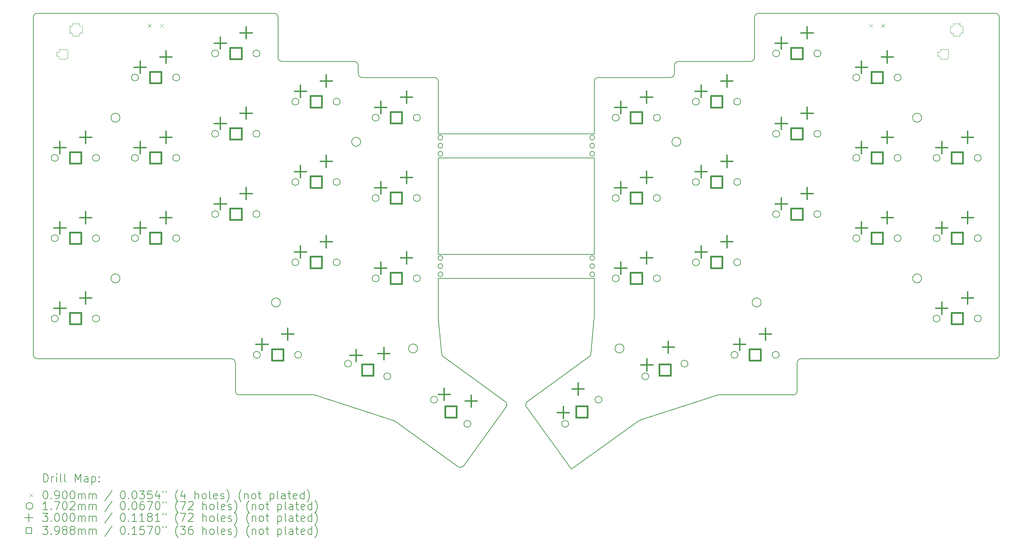
<source format=gbr>
%TF.GenerationSoftware,KiCad,Pcbnew,8.0.1*%
%TF.CreationDate,2024-04-22T06:22:56+12:00*%
%TF.ProjectId,main routed,6d61696e-2072-46f7-9574-65642e6b6963,v1.0.0*%
%TF.SameCoordinates,Original*%
%TF.FileFunction,Drillmap*%
%TF.FilePolarity,Positive*%
%FSLAX45Y45*%
G04 Gerber Fmt 4.5, Leading zero omitted, Abs format (unit mm)*
G04 Created by KiCad (PCBNEW 8.0.1) date 2024-04-22 06:22:56*
%MOMM*%
%LPD*%
G01*
G04 APERTURE LIST*
%ADD10C,0.150000*%
%ADD11C,0.120000*%
%ADD12C,0.200000*%
%ADD13C,0.100000*%
%ADD14C,0.170180*%
%ADD15C,0.300000*%
%ADD16C,0.398780*%
G04 APERTURE END LIST*
D10*
X16663200Y-9396760D02*
G75*
G02*
X16543200Y-9396760I-60000J0D01*
G01*
X16543200Y-9396760D02*
G75*
G02*
X16663200Y-9396760I60000J0D01*
G01*
X17747552Y-13413188D02*
X16131564Y-14568917D01*
X2935226Y-11878560D02*
X7713226Y-11878560D01*
X12924026Y-9596760D02*
G75*
G02*
X12804026Y-9596760I-60000J0D01*
G01*
X12804026Y-9596760D02*
G75*
G02*
X12924026Y-9596760I60000J0D01*
G01*
X12815666Y-10892638D02*
G75*
G02*
X12815226Y-10883261I99554J9378D01*
G01*
X20604000Y-4448120D02*
G75*
G02*
X20504000Y-4548120I-100000J0D01*
G01*
X18628000Y-4844360D02*
G75*
G02*
X18528000Y-4944360I-100000J0D01*
G01*
X21654000Y-11978560D02*
G75*
G02*
X21754000Y-11878560I100000J0D01*
G01*
X8863226Y-4448120D02*
X8863226Y-3459400D01*
X2935226Y-11878560D02*
G75*
G02*
X2835230Y-11778560I4J100000D01*
G01*
X10739226Y-4548120D02*
X8963226Y-4548120D01*
X12924026Y-6824960D02*
G75*
G02*
X12804026Y-6824960I-60000J0D01*
G01*
X12804026Y-6824960D02*
G75*
G02*
X12924026Y-6824960I60000J0D01*
G01*
X8923226Y-10491720D02*
G75*
G02*
X8703226Y-10491720I-110000J0D01*
G01*
X8703226Y-10491720D02*
G75*
G02*
X8923226Y-10491720I110000J0D01*
G01*
X8763226Y-3359400D02*
G75*
G02*
X8863230Y-3459400I4J-100000D01*
G01*
X16663200Y-6624960D02*
G75*
G02*
X16543200Y-6624960I-60000J0D01*
G01*
X16543200Y-6624960D02*
G75*
G02*
X16663200Y-6624960I60000J0D01*
G01*
X24716000Y-5934960D02*
G75*
G02*
X24496000Y-5934960I-110000J0D01*
G01*
X24496000Y-5934960D02*
G75*
G02*
X24716000Y-5934960I110000J0D01*
G01*
X9781954Y-12772920D02*
X9780262Y-12778129D01*
X10839226Y-4844360D02*
X10839226Y-4648120D01*
X20604000Y-3459400D02*
X20604000Y-4448120D01*
X12924026Y-6424960D02*
G75*
G02*
X12804026Y-6424960I-60000J0D01*
G01*
X12804026Y-6424960D02*
G75*
G02*
X12924026Y-6424960I60000J0D01*
G01*
X16529117Y-11831180D02*
X15007495Y-12936703D01*
X17774823Y-13399421D02*
X19686964Y-12778129D01*
X16652000Y-6334960D02*
X16652000Y-5044360D01*
X18528000Y-4944360D02*
X16752000Y-4944360D01*
X12815226Y-6334960D02*
X12815226Y-5044360D01*
X21654000Y-12672920D02*
G75*
G02*
X21554000Y-12772920I-100000J0D01*
G01*
X26632000Y-11778560D02*
X26632000Y-3459400D01*
X10939226Y-4944360D02*
G75*
G02*
X10839230Y-4844360I4J100000D01*
G01*
X12815226Y-6925560D02*
X16652000Y-6925560D01*
X7813226Y-11978560D02*
X7813226Y-12672920D01*
X17385040Y-11626489D02*
G75*
G02*
X17165040Y-11626489I-110000J0D01*
G01*
X17165040Y-11626489D02*
G75*
G02*
X17385040Y-11626489I110000J0D01*
G01*
X16652000Y-6334960D02*
X12815226Y-6334960D01*
X2935226Y-3359400D02*
X8763226Y-3359400D01*
X11738097Y-13414268D02*
G75*
G02*
X11765974Y-13428473I-30907J-95112D01*
G01*
X12815226Y-9897360D02*
X16652000Y-9897360D01*
X12924026Y-9396760D02*
G75*
G02*
X12804026Y-9396760I-60000J0D01*
G01*
X12804026Y-9396760D02*
G75*
G02*
X12924026Y-9396760I60000J0D01*
G01*
X12924026Y-6624960D02*
G75*
G02*
X12804026Y-6624960I-60000J0D01*
G01*
X12804026Y-6624960D02*
G75*
G02*
X12924026Y-6624960I60000J0D01*
G01*
X9780262Y-12778129D02*
X11738097Y-13414268D01*
X4971226Y-5934960D02*
G75*
G02*
X4751226Y-5934960I-110000J0D01*
G01*
X4751226Y-5934960D02*
G75*
G02*
X4971226Y-5934960I110000J0D01*
G01*
X14985372Y-13076383D02*
X16091113Y-14598306D01*
X18628000Y-4648120D02*
G75*
G02*
X18728000Y-4548120I100000J0D01*
G01*
X16569897Y-11759655D02*
G75*
G02*
X16529117Y-11831180I-99557J9376D01*
G01*
X12715226Y-4944360D02*
G75*
G02*
X12815230Y-5044360I4J-100000D01*
G01*
X7713226Y-11878560D02*
G75*
G02*
X7813230Y-11978560I4J-100000D01*
G01*
X18628000Y-4648120D02*
X18628000Y-4844360D01*
X4971226Y-9897360D02*
G75*
G02*
X4751226Y-9897360I-110000J0D01*
G01*
X4751226Y-9897360D02*
G75*
G02*
X4971226Y-9897360I110000J0D01*
G01*
X14459731Y-12936703D02*
X12938109Y-11831180D01*
X16663200Y-6424960D02*
G75*
G02*
X16543200Y-6424960I-60000J0D01*
G01*
X16543200Y-6424960D02*
G75*
G02*
X16663200Y-6424960I60000J0D01*
G01*
X11765974Y-13428472D02*
X13295211Y-14539527D01*
X21754000Y-11878560D02*
X26532000Y-11878560D01*
X16652000Y-10883261D02*
X16652000Y-9897360D01*
X14459731Y-12936703D02*
G75*
G02*
X14481848Y-13076379I-58781J-80897D01*
G01*
X16652000Y-9306760D02*
X16652000Y-6925560D01*
X16652000Y-5044360D02*
G75*
G02*
X16752000Y-4944360I100000J0D01*
G01*
X7913226Y-12772920D02*
G75*
G02*
X7813230Y-12672920I4J100000D01*
G01*
X16663200Y-9596760D02*
G75*
G02*
X16543200Y-9596760I-60000J0D01*
G01*
X16543200Y-9596760D02*
G75*
G02*
X16663200Y-9596760I60000J0D01*
G01*
X17747552Y-13413188D02*
G75*
G02*
X17774822Y-13399420I58178J-81342D01*
G01*
X26632000Y-11778560D02*
G75*
G02*
X26532000Y-11878560I-100000J0D01*
G01*
X16091113Y-14598306D02*
X16131564Y-14568917D01*
X12302186Y-11626489D02*
G75*
G02*
X12082186Y-11626489I-110000J0D01*
G01*
X12082186Y-11626489D02*
G75*
G02*
X12302186Y-11626489I110000J0D01*
G01*
X14985372Y-13076383D02*
G75*
G02*
X15007492Y-12936698I80898J58783D01*
G01*
X2835226Y-11778560D02*
X2835226Y-3459400D01*
X2835226Y-3459400D02*
G75*
G02*
X2935226Y-3359396I100004J0D01*
G01*
X7913226Y-12772920D02*
X9781954Y-12772920D01*
X18788000Y-6529320D02*
G75*
G02*
X18568000Y-6529320I-110000J0D01*
G01*
X18568000Y-6529320D02*
G75*
G02*
X18788000Y-6529320I110000J0D01*
G01*
X16663200Y-9796760D02*
G75*
G02*
X16543200Y-9796760I-60000J0D01*
G01*
X16543200Y-9796760D02*
G75*
G02*
X16663200Y-9796760I60000J0D01*
G01*
X10739226Y-4548120D02*
G75*
G02*
X10839230Y-4648120I4J-100000D01*
G01*
X12815226Y-10883261D02*
X12815226Y-9897360D01*
X12924026Y-9796760D02*
G75*
G02*
X12804026Y-9796760I-60000J0D01*
G01*
X12804026Y-9796760D02*
G75*
G02*
X12924026Y-9796760I60000J0D01*
G01*
X16652000Y-9306760D02*
X12815226Y-9306760D01*
X21654000Y-12672920D02*
X21654000Y-11978560D01*
X20704000Y-3359400D02*
X26532000Y-3359400D01*
X12715226Y-4944360D02*
X10939226Y-4944360D01*
X13434891Y-14517404D02*
G75*
G02*
X13295211Y-14539527I-80901J58774D01*
G01*
X20504000Y-4548120D02*
X18728000Y-4548120D01*
X26532000Y-3359400D02*
G75*
G02*
X26632000Y-3459400I0J-100000D01*
G01*
X24716000Y-9897360D02*
G75*
G02*
X24496000Y-9897360I-110000J0D01*
G01*
X24496000Y-9897360D02*
G75*
G02*
X24716000Y-9897360I110000J0D01*
G01*
X12815226Y-9306760D02*
X12815226Y-6925560D01*
X16652000Y-10883261D02*
G75*
G02*
X16651559Y-10892638I-100000J1D01*
G01*
X16663200Y-6824960D02*
G75*
G02*
X16543200Y-6824960I-60000J0D01*
G01*
X16543200Y-6824960D02*
G75*
G02*
X16663200Y-6824960I60000J0D01*
G01*
X20764000Y-10491720D02*
G75*
G02*
X20544000Y-10491720I-110000J0D01*
G01*
X20544000Y-10491720D02*
G75*
G02*
X20764000Y-10491720I110000J0D01*
G01*
X10899226Y-6529320D02*
G75*
G02*
X10679226Y-6529320I-110000J0D01*
G01*
X10679226Y-6529320D02*
G75*
G02*
X10899226Y-6529320I110000J0D01*
G01*
X8963226Y-4548120D02*
G75*
G02*
X8863230Y-4448120I4J100000D01*
G01*
X19686964Y-12778129D02*
X19685272Y-12772920D01*
X20604000Y-3459400D02*
G75*
G02*
X20704000Y-3359400I100000J0D01*
G01*
X13434891Y-14517404D02*
X14481854Y-13076383D01*
X16569897Y-11759655D02*
X16651559Y-10892638D01*
X12938109Y-11831180D02*
G75*
G02*
X12897331Y-11759655I58781J80900D01*
G01*
X19685272Y-12772920D02*
X21554000Y-12772920D01*
X12897328Y-11759655D02*
X12815666Y-10892638D01*
D11*
X25113100Y-4421980D02*
X25113100Y-4317840D01*
X25181680Y-4249260D02*
X25341700Y-4249260D01*
X25341700Y-4490560D02*
X25181680Y-4490560D01*
X25379800Y-4287360D02*
X25379800Y-4452460D01*
X25430600Y-3850480D02*
X25430600Y-3682840D01*
X25499180Y-3614260D02*
X25666820Y-3614260D01*
X25499180Y-3919060D02*
X25666820Y-3919060D01*
X25735400Y-3850480D02*
X25735400Y-3682840D01*
X25113100Y-4421980D02*
G75*
G02*
X25181686Y-4490549I24780J-43800D01*
G01*
X25181680Y-4249260D02*
G75*
G02*
X25113111Y-4317846I-43800J-24780D01*
G01*
X25341700Y-4249260D02*
G75*
G02*
X25379800Y-4287360I0J-38100D01*
G01*
X25379800Y-4452460D02*
G75*
G02*
X25341700Y-4490560I-38100J0D01*
G01*
X25430600Y-3850480D02*
G75*
G02*
X25499186Y-3919049I24780J-43800D01*
G01*
X25499180Y-3614260D02*
G75*
G02*
X25430611Y-3682846I-43800J-24780D01*
G01*
X25666820Y-3919060D02*
G75*
G02*
X25735389Y-3850474I43800J24780D01*
G01*
X25735400Y-3682840D02*
G75*
G02*
X25666827Y-3614247I-24770J43810D01*
G01*
X3414326Y-4421980D02*
X3414326Y-4317840D01*
X3482906Y-4249260D02*
X3642926Y-4249260D01*
X3642926Y-4490560D02*
X3482906Y-4490560D01*
X3681026Y-4287360D02*
X3681026Y-4452460D01*
X3731826Y-3850480D02*
X3731826Y-3682840D01*
X3800406Y-3614260D02*
X3968046Y-3614260D01*
X3800406Y-3919060D02*
X3968046Y-3919060D01*
X4036626Y-3850480D02*
X4036626Y-3682840D01*
X3414326Y-4421980D02*
G75*
G02*
X3482912Y-4490549I24780J-43800D01*
G01*
X3482906Y-4249260D02*
G75*
G02*
X3414337Y-4317846I-43800J-24780D01*
G01*
X3642926Y-4249260D02*
G75*
G02*
X3681026Y-4287360I0J-38100D01*
G01*
X3681026Y-4452460D02*
G75*
G02*
X3642926Y-4490560I-38100J0D01*
G01*
X3731826Y-3850480D02*
G75*
G02*
X3800412Y-3919049I24780J-43800D01*
G01*
X3800406Y-3614260D02*
G75*
G02*
X3731837Y-3682846I-43800J-24780D01*
G01*
X3968046Y-3919060D02*
G75*
G02*
X4036615Y-3850474I43800J24780D01*
G01*
X4036626Y-3682840D02*
G75*
G02*
X3968053Y-3614247I-24770J43810D01*
G01*
D12*
D13*
X5654226Y-3617000D02*
X5744226Y-3707000D01*
X5744226Y-3617000D02*
X5654226Y-3707000D01*
X5954226Y-3617000D02*
X6044226Y-3707000D01*
X6044226Y-3617000D02*
X5954226Y-3707000D01*
X23423000Y-3617000D02*
X23513000Y-3707000D01*
X23513000Y-3617000D02*
X23423000Y-3707000D01*
X23723000Y-3617000D02*
X23813000Y-3707000D01*
X23813000Y-3617000D02*
X23723000Y-3707000D01*
D14*
X3450316Y-6925560D02*
G75*
G02*
X3280136Y-6925560I-85090J0D01*
G01*
X3280136Y-6925560D02*
G75*
G02*
X3450316Y-6925560I85090J0D01*
G01*
X3450316Y-8906760D02*
G75*
G02*
X3280136Y-8906760I-85090J0D01*
G01*
X3280136Y-8906760D02*
G75*
G02*
X3450316Y-8906760I85090J0D01*
G01*
X3450316Y-10887960D02*
G75*
G02*
X3280136Y-10887960I-85090J0D01*
G01*
X3280136Y-10887960D02*
G75*
G02*
X3450316Y-10887960I85090J0D01*
G01*
X4466316Y-6925560D02*
G75*
G02*
X4296136Y-6925560I-85090J0D01*
G01*
X4296136Y-6925560D02*
G75*
G02*
X4466316Y-6925560I85090J0D01*
G01*
X4466316Y-8906760D02*
G75*
G02*
X4296136Y-8906760I-85090J0D01*
G01*
X4296136Y-8906760D02*
G75*
G02*
X4466316Y-8906760I85090J0D01*
G01*
X4466316Y-10887960D02*
G75*
G02*
X4296136Y-10887960I-85090J0D01*
G01*
X4296136Y-10887960D02*
G75*
G02*
X4466316Y-10887960I85090J0D01*
G01*
X5426316Y-4944360D02*
G75*
G02*
X5256136Y-4944360I-85090J0D01*
G01*
X5256136Y-4944360D02*
G75*
G02*
X5426316Y-4944360I85090J0D01*
G01*
X5426316Y-6925560D02*
G75*
G02*
X5256136Y-6925560I-85090J0D01*
G01*
X5256136Y-6925560D02*
G75*
G02*
X5426316Y-6925560I85090J0D01*
G01*
X5426316Y-8906760D02*
G75*
G02*
X5256136Y-8906760I-85090J0D01*
G01*
X5256136Y-8906760D02*
G75*
G02*
X5426316Y-8906760I85090J0D01*
G01*
X6442316Y-4944360D02*
G75*
G02*
X6272136Y-4944360I-85090J0D01*
G01*
X6272136Y-4944360D02*
G75*
G02*
X6442316Y-4944360I85090J0D01*
G01*
X6442316Y-6925560D02*
G75*
G02*
X6272136Y-6925560I-85090J0D01*
G01*
X6272136Y-6925560D02*
G75*
G02*
X6442316Y-6925560I85090J0D01*
G01*
X6442316Y-8906760D02*
G75*
G02*
X6272136Y-8906760I-85090J0D01*
G01*
X6272136Y-8906760D02*
G75*
G02*
X6442316Y-8906760I85090J0D01*
G01*
X7402316Y-4350000D02*
G75*
G02*
X7232136Y-4350000I-85090J0D01*
G01*
X7232136Y-4350000D02*
G75*
G02*
X7402316Y-4350000I85090J0D01*
G01*
X7402316Y-6331200D02*
G75*
G02*
X7232136Y-6331200I-85090J0D01*
G01*
X7232136Y-6331200D02*
G75*
G02*
X7402316Y-6331200I85090J0D01*
G01*
X7402316Y-8312400D02*
G75*
G02*
X7232136Y-8312400I-85090J0D01*
G01*
X7232136Y-8312400D02*
G75*
G02*
X7402316Y-8312400I85090J0D01*
G01*
X8418316Y-4350000D02*
G75*
G02*
X8248136Y-4350000I-85090J0D01*
G01*
X8248136Y-4350000D02*
G75*
G02*
X8418316Y-4350000I85090J0D01*
G01*
X8418316Y-6331200D02*
G75*
G02*
X8248136Y-6331200I-85090J0D01*
G01*
X8248136Y-6331200D02*
G75*
G02*
X8418316Y-6331200I85090J0D01*
G01*
X8418316Y-8312400D02*
G75*
G02*
X8248136Y-8312400I-85090J0D01*
G01*
X8248136Y-8312400D02*
G75*
G02*
X8418316Y-8312400I85090J0D01*
G01*
X8428316Y-11782320D02*
G75*
G02*
X8258136Y-11782320I-85090J0D01*
G01*
X8258136Y-11782320D02*
G75*
G02*
X8428316Y-11782320I85090J0D01*
G01*
X9378316Y-5538720D02*
G75*
G02*
X9208136Y-5538720I-85090J0D01*
G01*
X9208136Y-5538720D02*
G75*
G02*
X9378316Y-5538720I85090J0D01*
G01*
X9378316Y-7519920D02*
G75*
G02*
X9208136Y-7519920I-85090J0D01*
G01*
X9208136Y-7519920D02*
G75*
G02*
X9378316Y-7519920I85090J0D01*
G01*
X9378316Y-9501120D02*
G75*
G02*
X9208136Y-9501120I-85090J0D01*
G01*
X9208136Y-9501120D02*
G75*
G02*
X9378316Y-9501120I85090J0D01*
G01*
X9444316Y-11782320D02*
G75*
G02*
X9274136Y-11782320I-85090J0D01*
G01*
X9274136Y-11782320D02*
G75*
G02*
X9444316Y-11782320I85090J0D01*
G01*
X10394316Y-5538720D02*
G75*
G02*
X10224136Y-5538720I-85090J0D01*
G01*
X10224136Y-5538720D02*
G75*
G02*
X10394316Y-5538720I85090J0D01*
G01*
X10394316Y-7519920D02*
G75*
G02*
X10224136Y-7519920I-85090J0D01*
G01*
X10224136Y-7519920D02*
G75*
G02*
X10394316Y-7519920I85090J0D01*
G01*
X10394316Y-9501120D02*
G75*
G02*
X10224136Y-9501120I-85090J0D01*
G01*
X10224136Y-9501120D02*
G75*
G02*
X10394316Y-9501120I85090J0D01*
G01*
X10675524Y-11999791D02*
G75*
G02*
X10505344Y-11999791I-85090J0D01*
G01*
X10505344Y-11999791D02*
G75*
G02*
X10675524Y-11999791I85090J0D01*
G01*
X11354316Y-5934960D02*
G75*
G02*
X11184136Y-5934960I-85090J0D01*
G01*
X11184136Y-5934960D02*
G75*
G02*
X11354316Y-5934960I85090J0D01*
G01*
X11354316Y-7916160D02*
G75*
G02*
X11184136Y-7916160I-85090J0D01*
G01*
X11184136Y-7916160D02*
G75*
G02*
X11354316Y-7916160I85090J0D01*
G01*
X11354316Y-9897360D02*
G75*
G02*
X11184136Y-9897360I-85090J0D01*
G01*
X11184136Y-9897360D02*
G75*
G02*
X11354316Y-9897360I85090J0D01*
G01*
X11641797Y-12313752D02*
G75*
G02*
X11471617Y-12313752I-85090J0D01*
G01*
X11471617Y-12313752D02*
G75*
G02*
X11641797Y-12313752I85090J0D01*
G01*
X12370316Y-5934960D02*
G75*
G02*
X12200136Y-5934960I-85090J0D01*
G01*
X12200136Y-5934960D02*
G75*
G02*
X12370316Y-5934960I85090J0D01*
G01*
X12370316Y-7916160D02*
G75*
G02*
X12200136Y-7916160I-85090J0D01*
G01*
X12200136Y-7916160D02*
G75*
G02*
X12370316Y-7916160I85090J0D01*
G01*
X12370316Y-9897360D02*
G75*
G02*
X12200136Y-9897360I-85090J0D01*
G01*
X12200136Y-9897360D02*
G75*
G02*
X12370316Y-9897360I85090J0D01*
G01*
X12792722Y-12888178D02*
G75*
G02*
X12622542Y-12888178I-85090J0D01*
G01*
X12622542Y-12888178D02*
G75*
G02*
X12792722Y-12888178I85090J0D01*
G01*
X13614683Y-13485367D02*
G75*
G02*
X13444503Y-13485367I-85090J0D01*
G01*
X13444503Y-13485367D02*
G75*
G02*
X13614683Y-13485367I85090J0D01*
G01*
X16022722Y-13485367D02*
G75*
G02*
X15852542Y-13485367I-85090J0D01*
G01*
X15852542Y-13485367D02*
G75*
G02*
X16022722Y-13485367I85090J0D01*
G01*
X16844684Y-12888178D02*
G75*
G02*
X16674503Y-12888178I-85090J0D01*
G01*
X16674503Y-12888178D02*
G75*
G02*
X16844684Y-12888178I85090J0D01*
G01*
X17267090Y-5934960D02*
G75*
G02*
X17096910Y-5934960I-85090J0D01*
G01*
X17096910Y-5934960D02*
G75*
G02*
X17267090Y-5934960I85090J0D01*
G01*
X17267090Y-7916160D02*
G75*
G02*
X17096910Y-7916160I-85090J0D01*
G01*
X17096910Y-7916160D02*
G75*
G02*
X17267090Y-7916160I85090J0D01*
G01*
X17267090Y-9897360D02*
G75*
G02*
X17096910Y-9897360I-85090J0D01*
G01*
X17096910Y-9897360D02*
G75*
G02*
X17267090Y-9897360I85090J0D01*
G01*
X17995608Y-12313752D02*
G75*
G02*
X17825428Y-12313752I-85090J0D01*
G01*
X17825428Y-12313752D02*
G75*
G02*
X17995608Y-12313752I85090J0D01*
G01*
X18283090Y-5934960D02*
G75*
G02*
X18112910Y-5934960I-85090J0D01*
G01*
X18112910Y-5934960D02*
G75*
G02*
X18283090Y-5934960I85090J0D01*
G01*
X18283090Y-7916160D02*
G75*
G02*
X18112910Y-7916160I-85090J0D01*
G01*
X18112910Y-7916160D02*
G75*
G02*
X18283090Y-7916160I85090J0D01*
G01*
X18283090Y-9897360D02*
G75*
G02*
X18112910Y-9897360I-85090J0D01*
G01*
X18112910Y-9897360D02*
G75*
G02*
X18283090Y-9897360I85090J0D01*
G01*
X18961882Y-11999791D02*
G75*
G02*
X18791702Y-11999791I-85090J0D01*
G01*
X18791702Y-11999791D02*
G75*
G02*
X18961882Y-11999791I85090J0D01*
G01*
X19243090Y-5538720D02*
G75*
G02*
X19072910Y-5538720I-85090J0D01*
G01*
X19072910Y-5538720D02*
G75*
G02*
X19243090Y-5538720I85090J0D01*
G01*
X19243090Y-7519920D02*
G75*
G02*
X19072910Y-7519920I-85090J0D01*
G01*
X19072910Y-7519920D02*
G75*
G02*
X19243090Y-7519920I85090J0D01*
G01*
X19243090Y-9501120D02*
G75*
G02*
X19072910Y-9501120I-85090J0D01*
G01*
X19072910Y-9501120D02*
G75*
G02*
X19243090Y-9501120I85090J0D01*
G01*
X20193090Y-11782320D02*
G75*
G02*
X20022910Y-11782320I-85090J0D01*
G01*
X20022910Y-11782320D02*
G75*
G02*
X20193090Y-11782320I85090J0D01*
G01*
X20259090Y-5538720D02*
G75*
G02*
X20088910Y-5538720I-85090J0D01*
G01*
X20088910Y-5538720D02*
G75*
G02*
X20259090Y-5538720I85090J0D01*
G01*
X20259090Y-7519920D02*
G75*
G02*
X20088910Y-7519920I-85090J0D01*
G01*
X20088910Y-7519920D02*
G75*
G02*
X20259090Y-7519920I85090J0D01*
G01*
X20259090Y-9501120D02*
G75*
G02*
X20088910Y-9501120I-85090J0D01*
G01*
X20088910Y-9501120D02*
G75*
G02*
X20259090Y-9501120I85090J0D01*
G01*
X21209090Y-11782320D02*
G75*
G02*
X21038910Y-11782320I-85090J0D01*
G01*
X21038910Y-11782320D02*
G75*
G02*
X21209090Y-11782320I85090J0D01*
G01*
X21219090Y-4350000D02*
G75*
G02*
X21048910Y-4350000I-85090J0D01*
G01*
X21048910Y-4350000D02*
G75*
G02*
X21219090Y-4350000I85090J0D01*
G01*
X21219090Y-6331200D02*
G75*
G02*
X21048910Y-6331200I-85090J0D01*
G01*
X21048910Y-6331200D02*
G75*
G02*
X21219090Y-6331200I85090J0D01*
G01*
X21219090Y-8312400D02*
G75*
G02*
X21048910Y-8312400I-85090J0D01*
G01*
X21048910Y-8312400D02*
G75*
G02*
X21219090Y-8312400I85090J0D01*
G01*
X22235090Y-4350000D02*
G75*
G02*
X22064910Y-4350000I-85090J0D01*
G01*
X22064910Y-4350000D02*
G75*
G02*
X22235090Y-4350000I85090J0D01*
G01*
X22235090Y-6331200D02*
G75*
G02*
X22064910Y-6331200I-85090J0D01*
G01*
X22064910Y-6331200D02*
G75*
G02*
X22235090Y-6331200I85090J0D01*
G01*
X22235090Y-8312400D02*
G75*
G02*
X22064910Y-8312400I-85090J0D01*
G01*
X22064910Y-8312400D02*
G75*
G02*
X22235090Y-8312400I85090J0D01*
G01*
X23195090Y-4944360D02*
G75*
G02*
X23024910Y-4944360I-85090J0D01*
G01*
X23024910Y-4944360D02*
G75*
G02*
X23195090Y-4944360I85090J0D01*
G01*
X23195090Y-6925560D02*
G75*
G02*
X23024910Y-6925560I-85090J0D01*
G01*
X23024910Y-6925560D02*
G75*
G02*
X23195090Y-6925560I85090J0D01*
G01*
X23195090Y-8906760D02*
G75*
G02*
X23024910Y-8906760I-85090J0D01*
G01*
X23024910Y-8906760D02*
G75*
G02*
X23195090Y-8906760I85090J0D01*
G01*
X24211090Y-4944360D02*
G75*
G02*
X24040910Y-4944360I-85090J0D01*
G01*
X24040910Y-4944360D02*
G75*
G02*
X24211090Y-4944360I85090J0D01*
G01*
X24211090Y-6925560D02*
G75*
G02*
X24040910Y-6925560I-85090J0D01*
G01*
X24040910Y-6925560D02*
G75*
G02*
X24211090Y-6925560I85090J0D01*
G01*
X24211090Y-8906760D02*
G75*
G02*
X24040910Y-8906760I-85090J0D01*
G01*
X24040910Y-8906760D02*
G75*
G02*
X24211090Y-8906760I85090J0D01*
G01*
X25171090Y-6925560D02*
G75*
G02*
X25000910Y-6925560I-85090J0D01*
G01*
X25000910Y-6925560D02*
G75*
G02*
X25171090Y-6925560I85090J0D01*
G01*
X25171090Y-8906760D02*
G75*
G02*
X25000910Y-8906760I-85090J0D01*
G01*
X25000910Y-8906760D02*
G75*
G02*
X25171090Y-8906760I85090J0D01*
G01*
X25171090Y-10887960D02*
G75*
G02*
X25000910Y-10887960I-85090J0D01*
G01*
X25000910Y-10887960D02*
G75*
G02*
X25171090Y-10887960I85090J0D01*
G01*
X26187090Y-6925560D02*
G75*
G02*
X26016910Y-6925560I-85090J0D01*
G01*
X26016910Y-6925560D02*
G75*
G02*
X26187090Y-6925560I85090J0D01*
G01*
X26187090Y-8906760D02*
G75*
G02*
X26016910Y-8906760I-85090J0D01*
G01*
X26016910Y-8906760D02*
G75*
G02*
X26187090Y-8906760I85090J0D01*
G01*
X26187090Y-10887960D02*
G75*
G02*
X26016910Y-10887960I-85090J0D01*
G01*
X26016910Y-10887960D02*
G75*
G02*
X26187090Y-10887960I85090J0D01*
G01*
D15*
X3492226Y-6521560D02*
X3492226Y-6821560D01*
X3342226Y-6671560D02*
X3642226Y-6671560D01*
X3492226Y-8502760D02*
X3492226Y-8802760D01*
X3342226Y-8652760D02*
X3642226Y-8652760D01*
X3492226Y-10483960D02*
X3492226Y-10783960D01*
X3342226Y-10633960D02*
X3642226Y-10633960D01*
X4127226Y-6267560D02*
X4127226Y-6567560D01*
X3977226Y-6417560D02*
X4277226Y-6417560D01*
X4127226Y-8248760D02*
X4127226Y-8548760D01*
X3977226Y-8398760D02*
X4277226Y-8398760D01*
X4127226Y-10229960D02*
X4127226Y-10529960D01*
X3977226Y-10379960D02*
X4277226Y-10379960D01*
X5468226Y-4540360D02*
X5468226Y-4840360D01*
X5318226Y-4690360D02*
X5618226Y-4690360D01*
X5468226Y-6521560D02*
X5468226Y-6821560D01*
X5318226Y-6671560D02*
X5618226Y-6671560D01*
X5468226Y-8502760D02*
X5468226Y-8802760D01*
X5318226Y-8652760D02*
X5618226Y-8652760D01*
X6103226Y-4286360D02*
X6103226Y-4586360D01*
X5953226Y-4436360D02*
X6253226Y-4436360D01*
X6103226Y-6267560D02*
X6103226Y-6567560D01*
X5953226Y-6417560D02*
X6253226Y-6417560D01*
X6103226Y-8248760D02*
X6103226Y-8548760D01*
X5953226Y-8398760D02*
X6253226Y-8398760D01*
X7444226Y-3946000D02*
X7444226Y-4246000D01*
X7294226Y-4096000D02*
X7594226Y-4096000D01*
X7444226Y-5927200D02*
X7444226Y-6227200D01*
X7294226Y-6077200D02*
X7594226Y-6077200D01*
X7444226Y-7908400D02*
X7444226Y-8208400D01*
X7294226Y-8058400D02*
X7594226Y-8058400D01*
X8079226Y-3692000D02*
X8079226Y-3992000D01*
X7929226Y-3842000D02*
X8229226Y-3842000D01*
X8079226Y-5673200D02*
X8079226Y-5973200D01*
X7929226Y-5823200D02*
X8229226Y-5823200D01*
X8079226Y-7654400D02*
X8079226Y-7954400D01*
X7929226Y-7804400D02*
X8229226Y-7804400D01*
X8470226Y-11378320D02*
X8470226Y-11678320D01*
X8320226Y-11528320D02*
X8620226Y-11528320D01*
X9105226Y-11124320D02*
X9105226Y-11424320D01*
X8955226Y-11274320D02*
X9255226Y-11274320D01*
X9420226Y-5134720D02*
X9420226Y-5434720D01*
X9270226Y-5284720D02*
X9570226Y-5284720D01*
X9420226Y-7115920D02*
X9420226Y-7415920D01*
X9270226Y-7265920D02*
X9570226Y-7265920D01*
X9420226Y-9097120D02*
X9420226Y-9397120D01*
X9270226Y-9247120D02*
X9570226Y-9247120D01*
X10055226Y-4880720D02*
X10055226Y-5180720D01*
X9905226Y-5030720D02*
X10205226Y-5030720D01*
X10055226Y-6861920D02*
X10055226Y-7161920D01*
X9905226Y-7011920D02*
X10205226Y-7011920D01*
X10055226Y-8843120D02*
X10055226Y-9143120D01*
X9905226Y-8993120D02*
X10205226Y-8993120D01*
X10789709Y-11647468D02*
X10789709Y-11947468D01*
X10639709Y-11797468D02*
X10939709Y-11797468D01*
X11396226Y-5530960D02*
X11396226Y-5830960D01*
X11246226Y-5680960D02*
X11546226Y-5680960D01*
X11396226Y-7512160D02*
X11396226Y-7812160D01*
X11246226Y-7662160D02*
X11546226Y-7662160D01*
X11396226Y-9493360D02*
X11396226Y-9793360D01*
X11246226Y-9643360D02*
X11546226Y-9643360D01*
X11472120Y-11602125D02*
X11472120Y-11902125D01*
X11322120Y-11752125D02*
X11622120Y-11752125D01*
X12031226Y-5276960D02*
X12031226Y-5576960D01*
X11881226Y-5426960D02*
X12181226Y-5426960D01*
X12031226Y-7258160D02*
X12031226Y-7558160D01*
X11881226Y-7408160D02*
X12181226Y-7408160D01*
X12031226Y-9239360D02*
X12031226Y-9539360D01*
X11881226Y-9389360D02*
X12181226Y-9389360D01*
X12959675Y-12607336D02*
X12959675Y-12907336D01*
X12809675Y-12757336D02*
X13109675Y-12757336D01*
X13622698Y-12775089D02*
X13622698Y-13075089D01*
X13472698Y-12925089D02*
X13772698Y-12925089D01*
X15891080Y-13055228D02*
X15891080Y-13355228D01*
X15741080Y-13205228D02*
X16041080Y-13205228D01*
X16255508Y-12476494D02*
X16255508Y-12776494D01*
X16105508Y-12626494D02*
X16405508Y-12626494D01*
X17309000Y-5530960D02*
X17309000Y-5830960D01*
X17159000Y-5680960D02*
X17459000Y-5680960D01*
X17309000Y-7512160D02*
X17309000Y-7812160D01*
X17159000Y-7662160D02*
X17459000Y-7662160D01*
X17309000Y-9493360D02*
X17309000Y-9793360D01*
X17159000Y-9643360D02*
X17459000Y-9643360D01*
X17944000Y-5276960D02*
X17944000Y-5576960D01*
X17794000Y-5426960D02*
X18094000Y-5426960D01*
X17944000Y-7258160D02*
X17944000Y-7558160D01*
X17794000Y-7408160D02*
X18094000Y-7408160D01*
X17944000Y-9239360D02*
X17944000Y-9539360D01*
X17794000Y-9389360D02*
X18094000Y-9389360D01*
X17952812Y-11882939D02*
X17952812Y-12182939D01*
X17802812Y-12032939D02*
X18102812Y-12032939D01*
X18478243Y-11445145D02*
X18478243Y-11745145D01*
X18328243Y-11595145D02*
X18628243Y-11595145D01*
X19285000Y-5134720D02*
X19285000Y-5434720D01*
X19135000Y-5284720D02*
X19435000Y-5284720D01*
X19285000Y-7115920D02*
X19285000Y-7415920D01*
X19135000Y-7265920D02*
X19435000Y-7265920D01*
X19285000Y-9097120D02*
X19285000Y-9397120D01*
X19135000Y-9247120D02*
X19435000Y-9247120D01*
X19920000Y-4880720D02*
X19920000Y-5180720D01*
X19770000Y-5030720D02*
X20070000Y-5030720D01*
X19920000Y-6861920D02*
X19920000Y-7161920D01*
X19770000Y-7011920D02*
X20070000Y-7011920D01*
X19920000Y-8843120D02*
X19920000Y-9143120D01*
X19770000Y-8993120D02*
X20070000Y-8993120D01*
X20235000Y-11378320D02*
X20235000Y-11678320D01*
X20085000Y-11528320D02*
X20385000Y-11528320D01*
X20870000Y-11124320D02*
X20870000Y-11424320D01*
X20720000Y-11274320D02*
X21020000Y-11274320D01*
X21261000Y-3946000D02*
X21261000Y-4246000D01*
X21111000Y-4096000D02*
X21411000Y-4096000D01*
X21261000Y-5927200D02*
X21261000Y-6227200D01*
X21111000Y-6077200D02*
X21411000Y-6077200D01*
X21261000Y-7908400D02*
X21261000Y-8208400D01*
X21111000Y-8058400D02*
X21411000Y-8058400D01*
X21896000Y-3692000D02*
X21896000Y-3992000D01*
X21746000Y-3842000D02*
X22046000Y-3842000D01*
X21896000Y-5673200D02*
X21896000Y-5973200D01*
X21746000Y-5823200D02*
X22046000Y-5823200D01*
X21896000Y-7654400D02*
X21896000Y-7954400D01*
X21746000Y-7804400D02*
X22046000Y-7804400D01*
X23237000Y-4540360D02*
X23237000Y-4840360D01*
X23087000Y-4690360D02*
X23387000Y-4690360D01*
X23237000Y-6521560D02*
X23237000Y-6821560D01*
X23087000Y-6671560D02*
X23387000Y-6671560D01*
X23237000Y-8502760D02*
X23237000Y-8802760D01*
X23087000Y-8652760D02*
X23387000Y-8652760D01*
X23872000Y-4286360D02*
X23872000Y-4586360D01*
X23722000Y-4436360D02*
X24022000Y-4436360D01*
X23872000Y-6267560D02*
X23872000Y-6567560D01*
X23722000Y-6417560D02*
X24022000Y-6417560D01*
X23872000Y-8248760D02*
X23872000Y-8548760D01*
X23722000Y-8398760D02*
X24022000Y-8398760D01*
X25213000Y-6521560D02*
X25213000Y-6821560D01*
X25063000Y-6671560D02*
X25363000Y-6671560D01*
X25213000Y-8502760D02*
X25213000Y-8802760D01*
X25063000Y-8652760D02*
X25363000Y-8652760D01*
X25213000Y-10483960D02*
X25213000Y-10783960D01*
X25063000Y-10633960D02*
X25363000Y-10633960D01*
X25848000Y-6267560D02*
X25848000Y-6567560D01*
X25698000Y-6417560D02*
X25998000Y-6417560D01*
X25848000Y-8248760D02*
X25848000Y-8548760D01*
X25698000Y-8398760D02*
X25998000Y-8398760D01*
X25848000Y-10229960D02*
X25848000Y-10529960D01*
X25698000Y-10379960D02*
X25998000Y-10379960D01*
D16*
X4014217Y-7066551D02*
X4014217Y-6784569D01*
X3732234Y-6784569D01*
X3732234Y-7066551D01*
X4014217Y-7066551D01*
X4014217Y-9047751D02*
X4014217Y-8765769D01*
X3732234Y-8765769D01*
X3732234Y-9047751D01*
X4014217Y-9047751D01*
X4014217Y-11028951D02*
X4014217Y-10746969D01*
X3732234Y-10746969D01*
X3732234Y-11028951D01*
X4014217Y-11028951D01*
X5990217Y-5085351D02*
X5990217Y-4803369D01*
X5708234Y-4803369D01*
X5708234Y-5085351D01*
X5990217Y-5085351D01*
X5990217Y-7066551D02*
X5990217Y-6784569D01*
X5708234Y-6784569D01*
X5708234Y-7066551D01*
X5990217Y-7066551D01*
X5990217Y-9047751D02*
X5990217Y-8765769D01*
X5708234Y-8765769D01*
X5708234Y-9047751D01*
X5990217Y-9047751D01*
X7966217Y-4490991D02*
X7966217Y-4209009D01*
X7684234Y-4209009D01*
X7684234Y-4490991D01*
X7966217Y-4490991D01*
X7966217Y-6472191D02*
X7966217Y-6190209D01*
X7684234Y-6190209D01*
X7684234Y-6472191D01*
X7966217Y-6472191D01*
X7966217Y-8453391D02*
X7966217Y-8171409D01*
X7684234Y-8171409D01*
X7684234Y-8453391D01*
X7966217Y-8453391D01*
X8992217Y-11923311D02*
X8992217Y-11641329D01*
X8710234Y-11641329D01*
X8710234Y-11923311D01*
X8992217Y-11923311D01*
X9942217Y-5679711D02*
X9942217Y-5397729D01*
X9660234Y-5397729D01*
X9660234Y-5679711D01*
X9942217Y-5679711D01*
X9942217Y-7660911D02*
X9942217Y-7378929D01*
X9660234Y-7378929D01*
X9660234Y-7660911D01*
X9942217Y-7660911D01*
X9942217Y-9642111D02*
X9942217Y-9360129D01*
X9660234Y-9360129D01*
X9660234Y-9642111D01*
X9942217Y-9642111D01*
X11214562Y-12297763D02*
X11214562Y-12015780D01*
X10932579Y-12015780D01*
X10932579Y-12297763D01*
X11214562Y-12297763D01*
X11918217Y-6075951D02*
X11918217Y-5793969D01*
X11636234Y-5793969D01*
X11636234Y-6075951D01*
X11918217Y-6075951D01*
X11918217Y-8057151D02*
X11918217Y-7775169D01*
X11636234Y-7775169D01*
X11636234Y-8057151D01*
X11918217Y-8057151D01*
X11918217Y-10038351D02*
X11918217Y-9756369D01*
X11636234Y-9756369D01*
X11636234Y-10038351D01*
X11918217Y-10038351D01*
X13259604Y-13327764D02*
X13259604Y-13045781D01*
X12977621Y-13045781D01*
X12977621Y-13327764D01*
X13259604Y-13327764D01*
X16489604Y-13327764D02*
X16489604Y-13045781D01*
X16207621Y-13045781D01*
X16207621Y-13327764D01*
X16489604Y-13327764D01*
X17830991Y-6075951D02*
X17830991Y-5793969D01*
X17549009Y-5793969D01*
X17549009Y-6075951D01*
X17830991Y-6075951D01*
X17830991Y-8057151D02*
X17830991Y-7775169D01*
X17549009Y-7775169D01*
X17549009Y-8057151D01*
X17830991Y-8057151D01*
X17830991Y-10038351D02*
X17830991Y-9756369D01*
X17549009Y-9756369D01*
X17549009Y-10038351D01*
X17830991Y-10038351D01*
X18534646Y-12297763D02*
X18534646Y-12015780D01*
X18252664Y-12015780D01*
X18252664Y-12297763D01*
X18534646Y-12297763D01*
X19806991Y-5679711D02*
X19806991Y-5397729D01*
X19525009Y-5397729D01*
X19525009Y-5679711D01*
X19806991Y-5679711D01*
X19806991Y-7660911D02*
X19806991Y-7378929D01*
X19525009Y-7378929D01*
X19525009Y-7660911D01*
X19806991Y-7660911D01*
X19806991Y-9642111D02*
X19806991Y-9360129D01*
X19525009Y-9360129D01*
X19525009Y-9642111D01*
X19806991Y-9642111D01*
X20756991Y-11923311D02*
X20756991Y-11641329D01*
X20475009Y-11641329D01*
X20475009Y-11923311D01*
X20756991Y-11923311D01*
X21782991Y-4490991D02*
X21782991Y-4209009D01*
X21501009Y-4209009D01*
X21501009Y-4490991D01*
X21782991Y-4490991D01*
X21782991Y-6472191D02*
X21782991Y-6190209D01*
X21501009Y-6190209D01*
X21501009Y-6472191D01*
X21782991Y-6472191D01*
X21782991Y-8453391D02*
X21782991Y-8171409D01*
X21501009Y-8171409D01*
X21501009Y-8453391D01*
X21782991Y-8453391D01*
X23758991Y-5085351D02*
X23758991Y-4803369D01*
X23477009Y-4803369D01*
X23477009Y-5085351D01*
X23758991Y-5085351D01*
X23758991Y-7066551D02*
X23758991Y-6784569D01*
X23477009Y-6784569D01*
X23477009Y-7066551D01*
X23758991Y-7066551D01*
X23758991Y-9047751D02*
X23758991Y-8765769D01*
X23477009Y-8765769D01*
X23477009Y-9047751D01*
X23758991Y-9047751D01*
X25734991Y-7066551D02*
X25734991Y-6784569D01*
X25453009Y-6784569D01*
X25453009Y-7066551D01*
X25734991Y-7066551D01*
X25734991Y-9047751D02*
X25734991Y-8765769D01*
X25453009Y-8765769D01*
X25453009Y-9047751D01*
X25734991Y-9047751D01*
X25734991Y-11028951D02*
X25734991Y-10746969D01*
X25453009Y-10746969D01*
X25453009Y-11028951D01*
X25734991Y-11028951D01*
D12*
X3088502Y-14917290D02*
X3088502Y-14717290D01*
X3088502Y-14717290D02*
X3136121Y-14717290D01*
X3136121Y-14717290D02*
X3164693Y-14726813D01*
X3164693Y-14726813D02*
X3183741Y-14745861D01*
X3183741Y-14745861D02*
X3193264Y-14764909D01*
X3193264Y-14764909D02*
X3202788Y-14803004D01*
X3202788Y-14803004D02*
X3202788Y-14831575D01*
X3202788Y-14831575D02*
X3193264Y-14869671D01*
X3193264Y-14869671D02*
X3183741Y-14888718D01*
X3183741Y-14888718D02*
X3164693Y-14907766D01*
X3164693Y-14907766D02*
X3136121Y-14917290D01*
X3136121Y-14917290D02*
X3088502Y-14917290D01*
X3288502Y-14917290D02*
X3288502Y-14783956D01*
X3288502Y-14822052D02*
X3298026Y-14803004D01*
X3298026Y-14803004D02*
X3307550Y-14793480D01*
X3307550Y-14793480D02*
X3326598Y-14783956D01*
X3326598Y-14783956D02*
X3345645Y-14783956D01*
X3412312Y-14917290D02*
X3412312Y-14783956D01*
X3412312Y-14717290D02*
X3402788Y-14726813D01*
X3402788Y-14726813D02*
X3412312Y-14736337D01*
X3412312Y-14736337D02*
X3421836Y-14726813D01*
X3421836Y-14726813D02*
X3412312Y-14717290D01*
X3412312Y-14717290D02*
X3412312Y-14736337D01*
X3536121Y-14917290D02*
X3517074Y-14907766D01*
X3517074Y-14907766D02*
X3507550Y-14888718D01*
X3507550Y-14888718D02*
X3507550Y-14717290D01*
X3640883Y-14917290D02*
X3621836Y-14907766D01*
X3621836Y-14907766D02*
X3612312Y-14888718D01*
X3612312Y-14888718D02*
X3612312Y-14717290D01*
X3869455Y-14917290D02*
X3869455Y-14717290D01*
X3869455Y-14717290D02*
X3936122Y-14860147D01*
X3936122Y-14860147D02*
X4002788Y-14717290D01*
X4002788Y-14717290D02*
X4002788Y-14917290D01*
X4183741Y-14917290D02*
X4183741Y-14812528D01*
X4183741Y-14812528D02*
X4174217Y-14793480D01*
X4174217Y-14793480D02*
X4155169Y-14783956D01*
X4155169Y-14783956D02*
X4117074Y-14783956D01*
X4117074Y-14783956D02*
X4098026Y-14793480D01*
X4183741Y-14907766D02*
X4164693Y-14917290D01*
X4164693Y-14917290D02*
X4117074Y-14917290D01*
X4117074Y-14917290D02*
X4098026Y-14907766D01*
X4098026Y-14907766D02*
X4088502Y-14888718D01*
X4088502Y-14888718D02*
X4088502Y-14869671D01*
X4088502Y-14869671D02*
X4098026Y-14850623D01*
X4098026Y-14850623D02*
X4117074Y-14841099D01*
X4117074Y-14841099D02*
X4164693Y-14841099D01*
X4164693Y-14841099D02*
X4183741Y-14831575D01*
X4278979Y-14783956D02*
X4278979Y-14983956D01*
X4278979Y-14793480D02*
X4298026Y-14783956D01*
X4298026Y-14783956D02*
X4336122Y-14783956D01*
X4336122Y-14783956D02*
X4355169Y-14793480D01*
X4355169Y-14793480D02*
X4364693Y-14803004D01*
X4364693Y-14803004D02*
X4374217Y-14822052D01*
X4374217Y-14822052D02*
X4374217Y-14879194D01*
X4374217Y-14879194D02*
X4364693Y-14898242D01*
X4364693Y-14898242D02*
X4355169Y-14907766D01*
X4355169Y-14907766D02*
X4336122Y-14917290D01*
X4336122Y-14917290D02*
X4298026Y-14917290D01*
X4298026Y-14917290D02*
X4278979Y-14907766D01*
X4459931Y-14898242D02*
X4469455Y-14907766D01*
X4469455Y-14907766D02*
X4459931Y-14917290D01*
X4459931Y-14917290D02*
X4450407Y-14907766D01*
X4450407Y-14907766D02*
X4459931Y-14898242D01*
X4459931Y-14898242D02*
X4459931Y-14917290D01*
X4459931Y-14793480D02*
X4469455Y-14803004D01*
X4469455Y-14803004D02*
X4459931Y-14812528D01*
X4459931Y-14812528D02*
X4450407Y-14803004D01*
X4450407Y-14803004D02*
X4459931Y-14793480D01*
X4459931Y-14793480D02*
X4459931Y-14812528D01*
D13*
X2737726Y-15200806D02*
X2827726Y-15290806D01*
X2827726Y-15200806D02*
X2737726Y-15290806D01*
D12*
X3126598Y-15137290D02*
X3145645Y-15137290D01*
X3145645Y-15137290D02*
X3164693Y-15146813D01*
X3164693Y-15146813D02*
X3174217Y-15156337D01*
X3174217Y-15156337D02*
X3183741Y-15175385D01*
X3183741Y-15175385D02*
X3193264Y-15213480D01*
X3193264Y-15213480D02*
X3193264Y-15261099D01*
X3193264Y-15261099D02*
X3183741Y-15299194D01*
X3183741Y-15299194D02*
X3174217Y-15318242D01*
X3174217Y-15318242D02*
X3164693Y-15327766D01*
X3164693Y-15327766D02*
X3145645Y-15337290D01*
X3145645Y-15337290D02*
X3126598Y-15337290D01*
X3126598Y-15337290D02*
X3107550Y-15327766D01*
X3107550Y-15327766D02*
X3098026Y-15318242D01*
X3098026Y-15318242D02*
X3088502Y-15299194D01*
X3088502Y-15299194D02*
X3078979Y-15261099D01*
X3078979Y-15261099D02*
X3078979Y-15213480D01*
X3078979Y-15213480D02*
X3088502Y-15175385D01*
X3088502Y-15175385D02*
X3098026Y-15156337D01*
X3098026Y-15156337D02*
X3107550Y-15146813D01*
X3107550Y-15146813D02*
X3126598Y-15137290D01*
X3278979Y-15318242D02*
X3288502Y-15327766D01*
X3288502Y-15327766D02*
X3278979Y-15337290D01*
X3278979Y-15337290D02*
X3269455Y-15327766D01*
X3269455Y-15327766D02*
X3278979Y-15318242D01*
X3278979Y-15318242D02*
X3278979Y-15337290D01*
X3383741Y-15337290D02*
X3421836Y-15337290D01*
X3421836Y-15337290D02*
X3440883Y-15327766D01*
X3440883Y-15327766D02*
X3450407Y-15318242D01*
X3450407Y-15318242D02*
X3469455Y-15289671D01*
X3469455Y-15289671D02*
X3478979Y-15251575D01*
X3478979Y-15251575D02*
X3478979Y-15175385D01*
X3478979Y-15175385D02*
X3469455Y-15156337D01*
X3469455Y-15156337D02*
X3459931Y-15146813D01*
X3459931Y-15146813D02*
X3440883Y-15137290D01*
X3440883Y-15137290D02*
X3402788Y-15137290D01*
X3402788Y-15137290D02*
X3383741Y-15146813D01*
X3383741Y-15146813D02*
X3374217Y-15156337D01*
X3374217Y-15156337D02*
X3364693Y-15175385D01*
X3364693Y-15175385D02*
X3364693Y-15223004D01*
X3364693Y-15223004D02*
X3374217Y-15242052D01*
X3374217Y-15242052D02*
X3383741Y-15251575D01*
X3383741Y-15251575D02*
X3402788Y-15261099D01*
X3402788Y-15261099D02*
X3440883Y-15261099D01*
X3440883Y-15261099D02*
X3459931Y-15251575D01*
X3459931Y-15251575D02*
X3469455Y-15242052D01*
X3469455Y-15242052D02*
X3478979Y-15223004D01*
X3602788Y-15137290D02*
X3621836Y-15137290D01*
X3621836Y-15137290D02*
X3640883Y-15146813D01*
X3640883Y-15146813D02*
X3650407Y-15156337D01*
X3650407Y-15156337D02*
X3659931Y-15175385D01*
X3659931Y-15175385D02*
X3669455Y-15213480D01*
X3669455Y-15213480D02*
X3669455Y-15261099D01*
X3669455Y-15261099D02*
X3659931Y-15299194D01*
X3659931Y-15299194D02*
X3650407Y-15318242D01*
X3650407Y-15318242D02*
X3640883Y-15327766D01*
X3640883Y-15327766D02*
X3621836Y-15337290D01*
X3621836Y-15337290D02*
X3602788Y-15337290D01*
X3602788Y-15337290D02*
X3583741Y-15327766D01*
X3583741Y-15327766D02*
X3574217Y-15318242D01*
X3574217Y-15318242D02*
X3564693Y-15299194D01*
X3564693Y-15299194D02*
X3555169Y-15261099D01*
X3555169Y-15261099D02*
X3555169Y-15213480D01*
X3555169Y-15213480D02*
X3564693Y-15175385D01*
X3564693Y-15175385D02*
X3574217Y-15156337D01*
X3574217Y-15156337D02*
X3583741Y-15146813D01*
X3583741Y-15146813D02*
X3602788Y-15137290D01*
X3793264Y-15137290D02*
X3812312Y-15137290D01*
X3812312Y-15137290D02*
X3831360Y-15146813D01*
X3831360Y-15146813D02*
X3840883Y-15156337D01*
X3840883Y-15156337D02*
X3850407Y-15175385D01*
X3850407Y-15175385D02*
X3859931Y-15213480D01*
X3859931Y-15213480D02*
X3859931Y-15261099D01*
X3859931Y-15261099D02*
X3850407Y-15299194D01*
X3850407Y-15299194D02*
X3840883Y-15318242D01*
X3840883Y-15318242D02*
X3831360Y-15327766D01*
X3831360Y-15327766D02*
X3812312Y-15337290D01*
X3812312Y-15337290D02*
X3793264Y-15337290D01*
X3793264Y-15337290D02*
X3774217Y-15327766D01*
X3774217Y-15327766D02*
X3764693Y-15318242D01*
X3764693Y-15318242D02*
X3755169Y-15299194D01*
X3755169Y-15299194D02*
X3745645Y-15261099D01*
X3745645Y-15261099D02*
X3745645Y-15213480D01*
X3745645Y-15213480D02*
X3755169Y-15175385D01*
X3755169Y-15175385D02*
X3764693Y-15156337D01*
X3764693Y-15156337D02*
X3774217Y-15146813D01*
X3774217Y-15146813D02*
X3793264Y-15137290D01*
X3945645Y-15337290D02*
X3945645Y-15203956D01*
X3945645Y-15223004D02*
X3955169Y-15213480D01*
X3955169Y-15213480D02*
X3974217Y-15203956D01*
X3974217Y-15203956D02*
X4002788Y-15203956D01*
X4002788Y-15203956D02*
X4021836Y-15213480D01*
X4021836Y-15213480D02*
X4031360Y-15232528D01*
X4031360Y-15232528D02*
X4031360Y-15337290D01*
X4031360Y-15232528D02*
X4040883Y-15213480D01*
X4040883Y-15213480D02*
X4059931Y-15203956D01*
X4059931Y-15203956D02*
X4088502Y-15203956D01*
X4088502Y-15203956D02*
X4107550Y-15213480D01*
X4107550Y-15213480D02*
X4117074Y-15232528D01*
X4117074Y-15232528D02*
X4117074Y-15337290D01*
X4212312Y-15337290D02*
X4212312Y-15203956D01*
X4212312Y-15223004D02*
X4221836Y-15213480D01*
X4221836Y-15213480D02*
X4240884Y-15203956D01*
X4240884Y-15203956D02*
X4269455Y-15203956D01*
X4269455Y-15203956D02*
X4288503Y-15213480D01*
X4288503Y-15213480D02*
X4298026Y-15232528D01*
X4298026Y-15232528D02*
X4298026Y-15337290D01*
X4298026Y-15232528D02*
X4307550Y-15213480D01*
X4307550Y-15213480D02*
X4326598Y-15203956D01*
X4326598Y-15203956D02*
X4355169Y-15203956D01*
X4355169Y-15203956D02*
X4374217Y-15213480D01*
X4374217Y-15213480D02*
X4383741Y-15232528D01*
X4383741Y-15232528D02*
X4383741Y-15337290D01*
X4774217Y-15127766D02*
X4602788Y-15384909D01*
X5031360Y-15137290D02*
X5050408Y-15137290D01*
X5050408Y-15137290D02*
X5069455Y-15146813D01*
X5069455Y-15146813D02*
X5078979Y-15156337D01*
X5078979Y-15156337D02*
X5088503Y-15175385D01*
X5088503Y-15175385D02*
X5098027Y-15213480D01*
X5098027Y-15213480D02*
X5098027Y-15261099D01*
X5098027Y-15261099D02*
X5088503Y-15299194D01*
X5088503Y-15299194D02*
X5078979Y-15318242D01*
X5078979Y-15318242D02*
X5069455Y-15327766D01*
X5069455Y-15327766D02*
X5050408Y-15337290D01*
X5050408Y-15337290D02*
X5031360Y-15337290D01*
X5031360Y-15337290D02*
X5012312Y-15327766D01*
X5012312Y-15327766D02*
X5002788Y-15318242D01*
X5002788Y-15318242D02*
X4993265Y-15299194D01*
X4993265Y-15299194D02*
X4983741Y-15261099D01*
X4983741Y-15261099D02*
X4983741Y-15213480D01*
X4983741Y-15213480D02*
X4993265Y-15175385D01*
X4993265Y-15175385D02*
X5002788Y-15156337D01*
X5002788Y-15156337D02*
X5012312Y-15146813D01*
X5012312Y-15146813D02*
X5031360Y-15137290D01*
X5183741Y-15318242D02*
X5193265Y-15327766D01*
X5193265Y-15327766D02*
X5183741Y-15337290D01*
X5183741Y-15337290D02*
X5174217Y-15327766D01*
X5174217Y-15327766D02*
X5183741Y-15318242D01*
X5183741Y-15318242D02*
X5183741Y-15337290D01*
X5317074Y-15137290D02*
X5336122Y-15137290D01*
X5336122Y-15137290D02*
X5355169Y-15146813D01*
X5355169Y-15146813D02*
X5364693Y-15156337D01*
X5364693Y-15156337D02*
X5374217Y-15175385D01*
X5374217Y-15175385D02*
X5383741Y-15213480D01*
X5383741Y-15213480D02*
X5383741Y-15261099D01*
X5383741Y-15261099D02*
X5374217Y-15299194D01*
X5374217Y-15299194D02*
X5364693Y-15318242D01*
X5364693Y-15318242D02*
X5355169Y-15327766D01*
X5355169Y-15327766D02*
X5336122Y-15337290D01*
X5336122Y-15337290D02*
X5317074Y-15337290D01*
X5317074Y-15337290D02*
X5298027Y-15327766D01*
X5298027Y-15327766D02*
X5288503Y-15318242D01*
X5288503Y-15318242D02*
X5278979Y-15299194D01*
X5278979Y-15299194D02*
X5269455Y-15261099D01*
X5269455Y-15261099D02*
X5269455Y-15213480D01*
X5269455Y-15213480D02*
X5278979Y-15175385D01*
X5278979Y-15175385D02*
X5288503Y-15156337D01*
X5288503Y-15156337D02*
X5298027Y-15146813D01*
X5298027Y-15146813D02*
X5317074Y-15137290D01*
X5450408Y-15137290D02*
X5574217Y-15137290D01*
X5574217Y-15137290D02*
X5507550Y-15213480D01*
X5507550Y-15213480D02*
X5536122Y-15213480D01*
X5536122Y-15213480D02*
X5555169Y-15223004D01*
X5555169Y-15223004D02*
X5564693Y-15232528D01*
X5564693Y-15232528D02*
X5574217Y-15251575D01*
X5574217Y-15251575D02*
X5574217Y-15299194D01*
X5574217Y-15299194D02*
X5564693Y-15318242D01*
X5564693Y-15318242D02*
X5555169Y-15327766D01*
X5555169Y-15327766D02*
X5536122Y-15337290D01*
X5536122Y-15337290D02*
X5478979Y-15337290D01*
X5478979Y-15337290D02*
X5459931Y-15327766D01*
X5459931Y-15327766D02*
X5450408Y-15318242D01*
X5755169Y-15137290D02*
X5659931Y-15137290D01*
X5659931Y-15137290D02*
X5650407Y-15232528D01*
X5650407Y-15232528D02*
X5659931Y-15223004D01*
X5659931Y-15223004D02*
X5678979Y-15213480D01*
X5678979Y-15213480D02*
X5726598Y-15213480D01*
X5726598Y-15213480D02*
X5745646Y-15223004D01*
X5745646Y-15223004D02*
X5755169Y-15232528D01*
X5755169Y-15232528D02*
X5764693Y-15251575D01*
X5764693Y-15251575D02*
X5764693Y-15299194D01*
X5764693Y-15299194D02*
X5755169Y-15318242D01*
X5755169Y-15318242D02*
X5745646Y-15327766D01*
X5745646Y-15327766D02*
X5726598Y-15337290D01*
X5726598Y-15337290D02*
X5678979Y-15337290D01*
X5678979Y-15337290D02*
X5659931Y-15327766D01*
X5659931Y-15327766D02*
X5650407Y-15318242D01*
X5936122Y-15203956D02*
X5936122Y-15337290D01*
X5888503Y-15127766D02*
X5840884Y-15270623D01*
X5840884Y-15270623D02*
X5964693Y-15270623D01*
X6031360Y-15137290D02*
X6031360Y-15175385D01*
X6107550Y-15137290D02*
X6107550Y-15175385D01*
X6402789Y-15413480D02*
X6393265Y-15403956D01*
X6393265Y-15403956D02*
X6374217Y-15375385D01*
X6374217Y-15375385D02*
X6364693Y-15356337D01*
X6364693Y-15356337D02*
X6355169Y-15327766D01*
X6355169Y-15327766D02*
X6345646Y-15280147D01*
X6345646Y-15280147D02*
X6345646Y-15242052D01*
X6345646Y-15242052D02*
X6355169Y-15194432D01*
X6355169Y-15194432D02*
X6364693Y-15165861D01*
X6364693Y-15165861D02*
X6374217Y-15146813D01*
X6374217Y-15146813D02*
X6393265Y-15118242D01*
X6393265Y-15118242D02*
X6402789Y-15108718D01*
X6564693Y-15203956D02*
X6564693Y-15337290D01*
X6517074Y-15127766D02*
X6469455Y-15270623D01*
X6469455Y-15270623D02*
X6593265Y-15270623D01*
X6821836Y-15337290D02*
X6821836Y-15137290D01*
X6907550Y-15337290D02*
X6907550Y-15232528D01*
X6907550Y-15232528D02*
X6898027Y-15213480D01*
X6898027Y-15213480D02*
X6878979Y-15203956D01*
X6878979Y-15203956D02*
X6850408Y-15203956D01*
X6850408Y-15203956D02*
X6831360Y-15213480D01*
X6831360Y-15213480D02*
X6821836Y-15223004D01*
X7031360Y-15337290D02*
X7012312Y-15327766D01*
X7012312Y-15327766D02*
X7002789Y-15318242D01*
X7002789Y-15318242D02*
X6993265Y-15299194D01*
X6993265Y-15299194D02*
X6993265Y-15242052D01*
X6993265Y-15242052D02*
X7002789Y-15223004D01*
X7002789Y-15223004D02*
X7012312Y-15213480D01*
X7012312Y-15213480D02*
X7031360Y-15203956D01*
X7031360Y-15203956D02*
X7059931Y-15203956D01*
X7059931Y-15203956D02*
X7078979Y-15213480D01*
X7078979Y-15213480D02*
X7088503Y-15223004D01*
X7088503Y-15223004D02*
X7098027Y-15242052D01*
X7098027Y-15242052D02*
X7098027Y-15299194D01*
X7098027Y-15299194D02*
X7088503Y-15318242D01*
X7088503Y-15318242D02*
X7078979Y-15327766D01*
X7078979Y-15327766D02*
X7059931Y-15337290D01*
X7059931Y-15337290D02*
X7031360Y-15337290D01*
X7212312Y-15337290D02*
X7193265Y-15327766D01*
X7193265Y-15327766D02*
X7183741Y-15308718D01*
X7183741Y-15308718D02*
X7183741Y-15137290D01*
X7364693Y-15327766D02*
X7345646Y-15337290D01*
X7345646Y-15337290D02*
X7307550Y-15337290D01*
X7307550Y-15337290D02*
X7288503Y-15327766D01*
X7288503Y-15327766D02*
X7278979Y-15308718D01*
X7278979Y-15308718D02*
X7278979Y-15232528D01*
X7278979Y-15232528D02*
X7288503Y-15213480D01*
X7288503Y-15213480D02*
X7307550Y-15203956D01*
X7307550Y-15203956D02*
X7345646Y-15203956D01*
X7345646Y-15203956D02*
X7364693Y-15213480D01*
X7364693Y-15213480D02*
X7374217Y-15232528D01*
X7374217Y-15232528D02*
X7374217Y-15251575D01*
X7374217Y-15251575D02*
X7278979Y-15270623D01*
X7450408Y-15327766D02*
X7469455Y-15337290D01*
X7469455Y-15337290D02*
X7507550Y-15337290D01*
X7507550Y-15337290D02*
X7526598Y-15327766D01*
X7526598Y-15327766D02*
X7536122Y-15308718D01*
X7536122Y-15308718D02*
X7536122Y-15299194D01*
X7536122Y-15299194D02*
X7526598Y-15280147D01*
X7526598Y-15280147D02*
X7507550Y-15270623D01*
X7507550Y-15270623D02*
X7478979Y-15270623D01*
X7478979Y-15270623D02*
X7459931Y-15261099D01*
X7459931Y-15261099D02*
X7450408Y-15242052D01*
X7450408Y-15242052D02*
X7450408Y-15232528D01*
X7450408Y-15232528D02*
X7459931Y-15213480D01*
X7459931Y-15213480D02*
X7478979Y-15203956D01*
X7478979Y-15203956D02*
X7507550Y-15203956D01*
X7507550Y-15203956D02*
X7526598Y-15213480D01*
X7602789Y-15413480D02*
X7612312Y-15403956D01*
X7612312Y-15403956D02*
X7631360Y-15375385D01*
X7631360Y-15375385D02*
X7640884Y-15356337D01*
X7640884Y-15356337D02*
X7650408Y-15327766D01*
X7650408Y-15327766D02*
X7659931Y-15280147D01*
X7659931Y-15280147D02*
X7659931Y-15242052D01*
X7659931Y-15242052D02*
X7650408Y-15194432D01*
X7650408Y-15194432D02*
X7640884Y-15165861D01*
X7640884Y-15165861D02*
X7631360Y-15146813D01*
X7631360Y-15146813D02*
X7612312Y-15118242D01*
X7612312Y-15118242D02*
X7602789Y-15108718D01*
X7964693Y-15413480D02*
X7955170Y-15403956D01*
X7955170Y-15403956D02*
X7936122Y-15375385D01*
X7936122Y-15375385D02*
X7926598Y-15356337D01*
X7926598Y-15356337D02*
X7917074Y-15327766D01*
X7917074Y-15327766D02*
X7907551Y-15280147D01*
X7907551Y-15280147D02*
X7907551Y-15242052D01*
X7907551Y-15242052D02*
X7917074Y-15194432D01*
X7917074Y-15194432D02*
X7926598Y-15165861D01*
X7926598Y-15165861D02*
X7936122Y-15146813D01*
X7936122Y-15146813D02*
X7955170Y-15118242D01*
X7955170Y-15118242D02*
X7964693Y-15108718D01*
X8040884Y-15203956D02*
X8040884Y-15337290D01*
X8040884Y-15223004D02*
X8050408Y-15213480D01*
X8050408Y-15213480D02*
X8069455Y-15203956D01*
X8069455Y-15203956D02*
X8098027Y-15203956D01*
X8098027Y-15203956D02*
X8117074Y-15213480D01*
X8117074Y-15213480D02*
X8126598Y-15232528D01*
X8126598Y-15232528D02*
X8126598Y-15337290D01*
X8250408Y-15337290D02*
X8231360Y-15327766D01*
X8231360Y-15327766D02*
X8221836Y-15318242D01*
X8221836Y-15318242D02*
X8212312Y-15299194D01*
X8212312Y-15299194D02*
X8212312Y-15242052D01*
X8212312Y-15242052D02*
X8221836Y-15223004D01*
X8221836Y-15223004D02*
X8231360Y-15213480D01*
X8231360Y-15213480D02*
X8250408Y-15203956D01*
X8250408Y-15203956D02*
X8278979Y-15203956D01*
X8278979Y-15203956D02*
X8298027Y-15213480D01*
X8298027Y-15213480D02*
X8307551Y-15223004D01*
X8307551Y-15223004D02*
X8317074Y-15242052D01*
X8317074Y-15242052D02*
X8317074Y-15299194D01*
X8317074Y-15299194D02*
X8307551Y-15318242D01*
X8307551Y-15318242D02*
X8298027Y-15327766D01*
X8298027Y-15327766D02*
X8278979Y-15337290D01*
X8278979Y-15337290D02*
X8250408Y-15337290D01*
X8374217Y-15203956D02*
X8450408Y-15203956D01*
X8402789Y-15137290D02*
X8402789Y-15308718D01*
X8402789Y-15308718D02*
X8412313Y-15327766D01*
X8412313Y-15327766D02*
X8431360Y-15337290D01*
X8431360Y-15337290D02*
X8450408Y-15337290D01*
X8669455Y-15203956D02*
X8669455Y-15403956D01*
X8669455Y-15213480D02*
X8688503Y-15203956D01*
X8688503Y-15203956D02*
X8726598Y-15203956D01*
X8726598Y-15203956D02*
X8745646Y-15213480D01*
X8745646Y-15213480D02*
X8755170Y-15223004D01*
X8755170Y-15223004D02*
X8764694Y-15242052D01*
X8764694Y-15242052D02*
X8764694Y-15299194D01*
X8764694Y-15299194D02*
X8755170Y-15318242D01*
X8755170Y-15318242D02*
X8745646Y-15327766D01*
X8745646Y-15327766D02*
X8726598Y-15337290D01*
X8726598Y-15337290D02*
X8688503Y-15337290D01*
X8688503Y-15337290D02*
X8669455Y-15327766D01*
X8878979Y-15337290D02*
X8859932Y-15327766D01*
X8859932Y-15327766D02*
X8850408Y-15308718D01*
X8850408Y-15308718D02*
X8850408Y-15137290D01*
X9040884Y-15337290D02*
X9040884Y-15232528D01*
X9040884Y-15232528D02*
X9031360Y-15213480D01*
X9031360Y-15213480D02*
X9012313Y-15203956D01*
X9012313Y-15203956D02*
X8974217Y-15203956D01*
X8974217Y-15203956D02*
X8955170Y-15213480D01*
X9040884Y-15327766D02*
X9021836Y-15337290D01*
X9021836Y-15337290D02*
X8974217Y-15337290D01*
X8974217Y-15337290D02*
X8955170Y-15327766D01*
X8955170Y-15327766D02*
X8945646Y-15308718D01*
X8945646Y-15308718D02*
X8945646Y-15289671D01*
X8945646Y-15289671D02*
X8955170Y-15270623D01*
X8955170Y-15270623D02*
X8974217Y-15261099D01*
X8974217Y-15261099D02*
X9021836Y-15261099D01*
X9021836Y-15261099D02*
X9040884Y-15251575D01*
X9107551Y-15203956D02*
X9183741Y-15203956D01*
X9136122Y-15137290D02*
X9136122Y-15308718D01*
X9136122Y-15308718D02*
X9145646Y-15327766D01*
X9145646Y-15327766D02*
X9164694Y-15337290D01*
X9164694Y-15337290D02*
X9183741Y-15337290D01*
X9326598Y-15327766D02*
X9307551Y-15337290D01*
X9307551Y-15337290D02*
X9269455Y-15337290D01*
X9269455Y-15337290D02*
X9250408Y-15327766D01*
X9250408Y-15327766D02*
X9240884Y-15308718D01*
X9240884Y-15308718D02*
X9240884Y-15232528D01*
X9240884Y-15232528D02*
X9250408Y-15213480D01*
X9250408Y-15213480D02*
X9269455Y-15203956D01*
X9269455Y-15203956D02*
X9307551Y-15203956D01*
X9307551Y-15203956D02*
X9326598Y-15213480D01*
X9326598Y-15213480D02*
X9336122Y-15232528D01*
X9336122Y-15232528D02*
X9336122Y-15251575D01*
X9336122Y-15251575D02*
X9240884Y-15270623D01*
X9507551Y-15337290D02*
X9507551Y-15137290D01*
X9507551Y-15327766D02*
X9488503Y-15337290D01*
X9488503Y-15337290D02*
X9450408Y-15337290D01*
X9450408Y-15337290D02*
X9431360Y-15327766D01*
X9431360Y-15327766D02*
X9421836Y-15318242D01*
X9421836Y-15318242D02*
X9412313Y-15299194D01*
X9412313Y-15299194D02*
X9412313Y-15242052D01*
X9412313Y-15242052D02*
X9421836Y-15223004D01*
X9421836Y-15223004D02*
X9431360Y-15213480D01*
X9431360Y-15213480D02*
X9450408Y-15203956D01*
X9450408Y-15203956D02*
X9488503Y-15203956D01*
X9488503Y-15203956D02*
X9507551Y-15213480D01*
X9583741Y-15413480D02*
X9593265Y-15403956D01*
X9593265Y-15403956D02*
X9612313Y-15375385D01*
X9612313Y-15375385D02*
X9621836Y-15356337D01*
X9621836Y-15356337D02*
X9631360Y-15327766D01*
X9631360Y-15327766D02*
X9640884Y-15280147D01*
X9640884Y-15280147D02*
X9640884Y-15242052D01*
X9640884Y-15242052D02*
X9631360Y-15194432D01*
X9631360Y-15194432D02*
X9621836Y-15165861D01*
X9621836Y-15165861D02*
X9612313Y-15146813D01*
X9612313Y-15146813D02*
X9593265Y-15118242D01*
X9593265Y-15118242D02*
X9583741Y-15108718D01*
D14*
X2827726Y-15509806D02*
G75*
G02*
X2657546Y-15509806I-85090J0D01*
G01*
X2657546Y-15509806D02*
G75*
G02*
X2827726Y-15509806I85090J0D01*
G01*
D12*
X3193264Y-15601290D02*
X3078979Y-15601290D01*
X3136121Y-15601290D02*
X3136121Y-15401290D01*
X3136121Y-15401290D02*
X3117074Y-15429861D01*
X3117074Y-15429861D02*
X3098026Y-15448909D01*
X3098026Y-15448909D02*
X3078979Y-15458432D01*
X3278979Y-15582242D02*
X3288502Y-15591766D01*
X3288502Y-15591766D02*
X3278979Y-15601290D01*
X3278979Y-15601290D02*
X3269455Y-15591766D01*
X3269455Y-15591766D02*
X3278979Y-15582242D01*
X3278979Y-15582242D02*
X3278979Y-15601290D01*
X3355169Y-15401290D02*
X3488502Y-15401290D01*
X3488502Y-15401290D02*
X3402788Y-15601290D01*
X3602788Y-15401290D02*
X3621836Y-15401290D01*
X3621836Y-15401290D02*
X3640883Y-15410813D01*
X3640883Y-15410813D02*
X3650407Y-15420337D01*
X3650407Y-15420337D02*
X3659931Y-15439385D01*
X3659931Y-15439385D02*
X3669455Y-15477480D01*
X3669455Y-15477480D02*
X3669455Y-15525099D01*
X3669455Y-15525099D02*
X3659931Y-15563194D01*
X3659931Y-15563194D02*
X3650407Y-15582242D01*
X3650407Y-15582242D02*
X3640883Y-15591766D01*
X3640883Y-15591766D02*
X3621836Y-15601290D01*
X3621836Y-15601290D02*
X3602788Y-15601290D01*
X3602788Y-15601290D02*
X3583741Y-15591766D01*
X3583741Y-15591766D02*
X3574217Y-15582242D01*
X3574217Y-15582242D02*
X3564693Y-15563194D01*
X3564693Y-15563194D02*
X3555169Y-15525099D01*
X3555169Y-15525099D02*
X3555169Y-15477480D01*
X3555169Y-15477480D02*
X3564693Y-15439385D01*
X3564693Y-15439385D02*
X3574217Y-15420337D01*
X3574217Y-15420337D02*
X3583741Y-15410813D01*
X3583741Y-15410813D02*
X3602788Y-15401290D01*
X3745645Y-15420337D02*
X3755169Y-15410813D01*
X3755169Y-15410813D02*
X3774217Y-15401290D01*
X3774217Y-15401290D02*
X3821836Y-15401290D01*
X3821836Y-15401290D02*
X3840883Y-15410813D01*
X3840883Y-15410813D02*
X3850407Y-15420337D01*
X3850407Y-15420337D02*
X3859931Y-15439385D01*
X3859931Y-15439385D02*
X3859931Y-15458432D01*
X3859931Y-15458432D02*
X3850407Y-15487004D01*
X3850407Y-15487004D02*
X3736122Y-15601290D01*
X3736122Y-15601290D02*
X3859931Y-15601290D01*
X3945645Y-15601290D02*
X3945645Y-15467956D01*
X3945645Y-15487004D02*
X3955169Y-15477480D01*
X3955169Y-15477480D02*
X3974217Y-15467956D01*
X3974217Y-15467956D02*
X4002788Y-15467956D01*
X4002788Y-15467956D02*
X4021836Y-15477480D01*
X4021836Y-15477480D02*
X4031360Y-15496528D01*
X4031360Y-15496528D02*
X4031360Y-15601290D01*
X4031360Y-15496528D02*
X4040883Y-15477480D01*
X4040883Y-15477480D02*
X4059931Y-15467956D01*
X4059931Y-15467956D02*
X4088502Y-15467956D01*
X4088502Y-15467956D02*
X4107550Y-15477480D01*
X4107550Y-15477480D02*
X4117074Y-15496528D01*
X4117074Y-15496528D02*
X4117074Y-15601290D01*
X4212312Y-15601290D02*
X4212312Y-15467956D01*
X4212312Y-15487004D02*
X4221836Y-15477480D01*
X4221836Y-15477480D02*
X4240884Y-15467956D01*
X4240884Y-15467956D02*
X4269455Y-15467956D01*
X4269455Y-15467956D02*
X4288503Y-15477480D01*
X4288503Y-15477480D02*
X4298026Y-15496528D01*
X4298026Y-15496528D02*
X4298026Y-15601290D01*
X4298026Y-15496528D02*
X4307550Y-15477480D01*
X4307550Y-15477480D02*
X4326598Y-15467956D01*
X4326598Y-15467956D02*
X4355169Y-15467956D01*
X4355169Y-15467956D02*
X4374217Y-15477480D01*
X4374217Y-15477480D02*
X4383741Y-15496528D01*
X4383741Y-15496528D02*
X4383741Y-15601290D01*
X4774217Y-15391766D02*
X4602788Y-15648909D01*
X5031360Y-15401290D02*
X5050408Y-15401290D01*
X5050408Y-15401290D02*
X5069455Y-15410813D01*
X5069455Y-15410813D02*
X5078979Y-15420337D01*
X5078979Y-15420337D02*
X5088503Y-15439385D01*
X5088503Y-15439385D02*
X5098027Y-15477480D01*
X5098027Y-15477480D02*
X5098027Y-15525099D01*
X5098027Y-15525099D02*
X5088503Y-15563194D01*
X5088503Y-15563194D02*
X5078979Y-15582242D01*
X5078979Y-15582242D02*
X5069455Y-15591766D01*
X5069455Y-15591766D02*
X5050408Y-15601290D01*
X5050408Y-15601290D02*
X5031360Y-15601290D01*
X5031360Y-15601290D02*
X5012312Y-15591766D01*
X5012312Y-15591766D02*
X5002788Y-15582242D01*
X5002788Y-15582242D02*
X4993265Y-15563194D01*
X4993265Y-15563194D02*
X4983741Y-15525099D01*
X4983741Y-15525099D02*
X4983741Y-15477480D01*
X4983741Y-15477480D02*
X4993265Y-15439385D01*
X4993265Y-15439385D02*
X5002788Y-15420337D01*
X5002788Y-15420337D02*
X5012312Y-15410813D01*
X5012312Y-15410813D02*
X5031360Y-15401290D01*
X5183741Y-15582242D02*
X5193265Y-15591766D01*
X5193265Y-15591766D02*
X5183741Y-15601290D01*
X5183741Y-15601290D02*
X5174217Y-15591766D01*
X5174217Y-15591766D02*
X5183741Y-15582242D01*
X5183741Y-15582242D02*
X5183741Y-15601290D01*
X5317074Y-15401290D02*
X5336122Y-15401290D01*
X5336122Y-15401290D02*
X5355169Y-15410813D01*
X5355169Y-15410813D02*
X5364693Y-15420337D01*
X5364693Y-15420337D02*
X5374217Y-15439385D01*
X5374217Y-15439385D02*
X5383741Y-15477480D01*
X5383741Y-15477480D02*
X5383741Y-15525099D01*
X5383741Y-15525099D02*
X5374217Y-15563194D01*
X5374217Y-15563194D02*
X5364693Y-15582242D01*
X5364693Y-15582242D02*
X5355169Y-15591766D01*
X5355169Y-15591766D02*
X5336122Y-15601290D01*
X5336122Y-15601290D02*
X5317074Y-15601290D01*
X5317074Y-15601290D02*
X5298027Y-15591766D01*
X5298027Y-15591766D02*
X5288503Y-15582242D01*
X5288503Y-15582242D02*
X5278979Y-15563194D01*
X5278979Y-15563194D02*
X5269455Y-15525099D01*
X5269455Y-15525099D02*
X5269455Y-15477480D01*
X5269455Y-15477480D02*
X5278979Y-15439385D01*
X5278979Y-15439385D02*
X5288503Y-15420337D01*
X5288503Y-15420337D02*
X5298027Y-15410813D01*
X5298027Y-15410813D02*
X5317074Y-15401290D01*
X5555169Y-15401290D02*
X5517074Y-15401290D01*
X5517074Y-15401290D02*
X5498027Y-15410813D01*
X5498027Y-15410813D02*
X5488503Y-15420337D01*
X5488503Y-15420337D02*
X5469455Y-15448909D01*
X5469455Y-15448909D02*
X5459931Y-15487004D01*
X5459931Y-15487004D02*
X5459931Y-15563194D01*
X5459931Y-15563194D02*
X5469455Y-15582242D01*
X5469455Y-15582242D02*
X5478979Y-15591766D01*
X5478979Y-15591766D02*
X5498027Y-15601290D01*
X5498027Y-15601290D02*
X5536122Y-15601290D01*
X5536122Y-15601290D02*
X5555169Y-15591766D01*
X5555169Y-15591766D02*
X5564693Y-15582242D01*
X5564693Y-15582242D02*
X5574217Y-15563194D01*
X5574217Y-15563194D02*
X5574217Y-15515575D01*
X5574217Y-15515575D02*
X5564693Y-15496528D01*
X5564693Y-15496528D02*
X5555169Y-15487004D01*
X5555169Y-15487004D02*
X5536122Y-15477480D01*
X5536122Y-15477480D02*
X5498027Y-15477480D01*
X5498027Y-15477480D02*
X5478979Y-15487004D01*
X5478979Y-15487004D02*
X5469455Y-15496528D01*
X5469455Y-15496528D02*
X5459931Y-15515575D01*
X5640884Y-15401290D02*
X5774217Y-15401290D01*
X5774217Y-15401290D02*
X5688503Y-15601290D01*
X5888503Y-15401290D02*
X5907550Y-15401290D01*
X5907550Y-15401290D02*
X5926598Y-15410813D01*
X5926598Y-15410813D02*
X5936122Y-15420337D01*
X5936122Y-15420337D02*
X5945646Y-15439385D01*
X5945646Y-15439385D02*
X5955169Y-15477480D01*
X5955169Y-15477480D02*
X5955169Y-15525099D01*
X5955169Y-15525099D02*
X5945646Y-15563194D01*
X5945646Y-15563194D02*
X5936122Y-15582242D01*
X5936122Y-15582242D02*
X5926598Y-15591766D01*
X5926598Y-15591766D02*
X5907550Y-15601290D01*
X5907550Y-15601290D02*
X5888503Y-15601290D01*
X5888503Y-15601290D02*
X5869455Y-15591766D01*
X5869455Y-15591766D02*
X5859931Y-15582242D01*
X5859931Y-15582242D02*
X5850407Y-15563194D01*
X5850407Y-15563194D02*
X5840884Y-15525099D01*
X5840884Y-15525099D02*
X5840884Y-15477480D01*
X5840884Y-15477480D02*
X5850407Y-15439385D01*
X5850407Y-15439385D02*
X5859931Y-15420337D01*
X5859931Y-15420337D02*
X5869455Y-15410813D01*
X5869455Y-15410813D02*
X5888503Y-15401290D01*
X6031360Y-15401290D02*
X6031360Y-15439385D01*
X6107550Y-15401290D02*
X6107550Y-15439385D01*
X6402789Y-15677480D02*
X6393265Y-15667956D01*
X6393265Y-15667956D02*
X6374217Y-15639385D01*
X6374217Y-15639385D02*
X6364693Y-15620337D01*
X6364693Y-15620337D02*
X6355169Y-15591766D01*
X6355169Y-15591766D02*
X6345646Y-15544147D01*
X6345646Y-15544147D02*
X6345646Y-15506052D01*
X6345646Y-15506052D02*
X6355169Y-15458432D01*
X6355169Y-15458432D02*
X6364693Y-15429861D01*
X6364693Y-15429861D02*
X6374217Y-15410813D01*
X6374217Y-15410813D02*
X6393265Y-15382242D01*
X6393265Y-15382242D02*
X6402789Y-15372718D01*
X6459931Y-15401290D02*
X6593265Y-15401290D01*
X6593265Y-15401290D02*
X6507550Y-15601290D01*
X6659931Y-15420337D02*
X6669455Y-15410813D01*
X6669455Y-15410813D02*
X6688503Y-15401290D01*
X6688503Y-15401290D02*
X6736122Y-15401290D01*
X6736122Y-15401290D02*
X6755169Y-15410813D01*
X6755169Y-15410813D02*
X6764693Y-15420337D01*
X6764693Y-15420337D02*
X6774217Y-15439385D01*
X6774217Y-15439385D02*
X6774217Y-15458432D01*
X6774217Y-15458432D02*
X6764693Y-15487004D01*
X6764693Y-15487004D02*
X6650408Y-15601290D01*
X6650408Y-15601290D02*
X6774217Y-15601290D01*
X7012312Y-15601290D02*
X7012312Y-15401290D01*
X7098027Y-15601290D02*
X7098027Y-15496528D01*
X7098027Y-15496528D02*
X7088503Y-15477480D01*
X7088503Y-15477480D02*
X7069455Y-15467956D01*
X7069455Y-15467956D02*
X7040884Y-15467956D01*
X7040884Y-15467956D02*
X7021836Y-15477480D01*
X7021836Y-15477480D02*
X7012312Y-15487004D01*
X7221836Y-15601290D02*
X7202789Y-15591766D01*
X7202789Y-15591766D02*
X7193265Y-15582242D01*
X7193265Y-15582242D02*
X7183741Y-15563194D01*
X7183741Y-15563194D02*
X7183741Y-15506052D01*
X7183741Y-15506052D02*
X7193265Y-15487004D01*
X7193265Y-15487004D02*
X7202789Y-15477480D01*
X7202789Y-15477480D02*
X7221836Y-15467956D01*
X7221836Y-15467956D02*
X7250408Y-15467956D01*
X7250408Y-15467956D02*
X7269455Y-15477480D01*
X7269455Y-15477480D02*
X7278979Y-15487004D01*
X7278979Y-15487004D02*
X7288503Y-15506052D01*
X7288503Y-15506052D02*
X7288503Y-15563194D01*
X7288503Y-15563194D02*
X7278979Y-15582242D01*
X7278979Y-15582242D02*
X7269455Y-15591766D01*
X7269455Y-15591766D02*
X7250408Y-15601290D01*
X7250408Y-15601290D02*
X7221836Y-15601290D01*
X7402789Y-15601290D02*
X7383741Y-15591766D01*
X7383741Y-15591766D02*
X7374217Y-15572718D01*
X7374217Y-15572718D02*
X7374217Y-15401290D01*
X7555170Y-15591766D02*
X7536122Y-15601290D01*
X7536122Y-15601290D02*
X7498027Y-15601290D01*
X7498027Y-15601290D02*
X7478979Y-15591766D01*
X7478979Y-15591766D02*
X7469455Y-15572718D01*
X7469455Y-15572718D02*
X7469455Y-15496528D01*
X7469455Y-15496528D02*
X7478979Y-15477480D01*
X7478979Y-15477480D02*
X7498027Y-15467956D01*
X7498027Y-15467956D02*
X7536122Y-15467956D01*
X7536122Y-15467956D02*
X7555170Y-15477480D01*
X7555170Y-15477480D02*
X7564693Y-15496528D01*
X7564693Y-15496528D02*
X7564693Y-15515575D01*
X7564693Y-15515575D02*
X7469455Y-15534623D01*
X7640884Y-15591766D02*
X7659931Y-15601290D01*
X7659931Y-15601290D02*
X7698027Y-15601290D01*
X7698027Y-15601290D02*
X7717074Y-15591766D01*
X7717074Y-15591766D02*
X7726598Y-15572718D01*
X7726598Y-15572718D02*
X7726598Y-15563194D01*
X7726598Y-15563194D02*
X7717074Y-15544147D01*
X7717074Y-15544147D02*
X7698027Y-15534623D01*
X7698027Y-15534623D02*
X7669455Y-15534623D01*
X7669455Y-15534623D02*
X7650408Y-15525099D01*
X7650408Y-15525099D02*
X7640884Y-15506052D01*
X7640884Y-15506052D02*
X7640884Y-15496528D01*
X7640884Y-15496528D02*
X7650408Y-15477480D01*
X7650408Y-15477480D02*
X7669455Y-15467956D01*
X7669455Y-15467956D02*
X7698027Y-15467956D01*
X7698027Y-15467956D02*
X7717074Y-15477480D01*
X7793265Y-15677480D02*
X7802789Y-15667956D01*
X7802789Y-15667956D02*
X7821836Y-15639385D01*
X7821836Y-15639385D02*
X7831360Y-15620337D01*
X7831360Y-15620337D02*
X7840884Y-15591766D01*
X7840884Y-15591766D02*
X7850408Y-15544147D01*
X7850408Y-15544147D02*
X7850408Y-15506052D01*
X7850408Y-15506052D02*
X7840884Y-15458432D01*
X7840884Y-15458432D02*
X7831360Y-15429861D01*
X7831360Y-15429861D02*
X7821836Y-15410813D01*
X7821836Y-15410813D02*
X7802789Y-15382242D01*
X7802789Y-15382242D02*
X7793265Y-15372718D01*
X8155170Y-15677480D02*
X8145646Y-15667956D01*
X8145646Y-15667956D02*
X8126598Y-15639385D01*
X8126598Y-15639385D02*
X8117074Y-15620337D01*
X8117074Y-15620337D02*
X8107551Y-15591766D01*
X8107551Y-15591766D02*
X8098027Y-15544147D01*
X8098027Y-15544147D02*
X8098027Y-15506052D01*
X8098027Y-15506052D02*
X8107551Y-15458432D01*
X8107551Y-15458432D02*
X8117074Y-15429861D01*
X8117074Y-15429861D02*
X8126598Y-15410813D01*
X8126598Y-15410813D02*
X8145646Y-15382242D01*
X8145646Y-15382242D02*
X8155170Y-15372718D01*
X8231360Y-15467956D02*
X8231360Y-15601290D01*
X8231360Y-15487004D02*
X8240884Y-15477480D01*
X8240884Y-15477480D02*
X8259931Y-15467956D01*
X8259931Y-15467956D02*
X8288503Y-15467956D01*
X8288503Y-15467956D02*
X8307551Y-15477480D01*
X8307551Y-15477480D02*
X8317074Y-15496528D01*
X8317074Y-15496528D02*
X8317074Y-15601290D01*
X8440884Y-15601290D02*
X8421836Y-15591766D01*
X8421836Y-15591766D02*
X8412313Y-15582242D01*
X8412313Y-15582242D02*
X8402789Y-15563194D01*
X8402789Y-15563194D02*
X8402789Y-15506052D01*
X8402789Y-15506052D02*
X8412313Y-15487004D01*
X8412313Y-15487004D02*
X8421836Y-15477480D01*
X8421836Y-15477480D02*
X8440884Y-15467956D01*
X8440884Y-15467956D02*
X8469455Y-15467956D01*
X8469455Y-15467956D02*
X8488503Y-15477480D01*
X8488503Y-15477480D02*
X8498027Y-15487004D01*
X8498027Y-15487004D02*
X8507551Y-15506052D01*
X8507551Y-15506052D02*
X8507551Y-15563194D01*
X8507551Y-15563194D02*
X8498027Y-15582242D01*
X8498027Y-15582242D02*
X8488503Y-15591766D01*
X8488503Y-15591766D02*
X8469455Y-15601290D01*
X8469455Y-15601290D02*
X8440884Y-15601290D01*
X8564694Y-15467956D02*
X8640884Y-15467956D01*
X8593265Y-15401290D02*
X8593265Y-15572718D01*
X8593265Y-15572718D02*
X8602789Y-15591766D01*
X8602789Y-15591766D02*
X8621836Y-15601290D01*
X8621836Y-15601290D02*
X8640884Y-15601290D01*
X8859932Y-15467956D02*
X8859932Y-15667956D01*
X8859932Y-15477480D02*
X8878979Y-15467956D01*
X8878979Y-15467956D02*
X8917075Y-15467956D01*
X8917075Y-15467956D02*
X8936122Y-15477480D01*
X8936122Y-15477480D02*
X8945646Y-15487004D01*
X8945646Y-15487004D02*
X8955170Y-15506052D01*
X8955170Y-15506052D02*
X8955170Y-15563194D01*
X8955170Y-15563194D02*
X8945646Y-15582242D01*
X8945646Y-15582242D02*
X8936122Y-15591766D01*
X8936122Y-15591766D02*
X8917075Y-15601290D01*
X8917075Y-15601290D02*
X8878979Y-15601290D01*
X8878979Y-15601290D02*
X8859932Y-15591766D01*
X9069455Y-15601290D02*
X9050408Y-15591766D01*
X9050408Y-15591766D02*
X9040884Y-15572718D01*
X9040884Y-15572718D02*
X9040884Y-15401290D01*
X9231360Y-15601290D02*
X9231360Y-15496528D01*
X9231360Y-15496528D02*
X9221836Y-15477480D01*
X9221836Y-15477480D02*
X9202789Y-15467956D01*
X9202789Y-15467956D02*
X9164694Y-15467956D01*
X9164694Y-15467956D02*
X9145646Y-15477480D01*
X9231360Y-15591766D02*
X9212313Y-15601290D01*
X9212313Y-15601290D02*
X9164694Y-15601290D01*
X9164694Y-15601290D02*
X9145646Y-15591766D01*
X9145646Y-15591766D02*
X9136122Y-15572718D01*
X9136122Y-15572718D02*
X9136122Y-15553671D01*
X9136122Y-15553671D02*
X9145646Y-15534623D01*
X9145646Y-15534623D02*
X9164694Y-15525099D01*
X9164694Y-15525099D02*
X9212313Y-15525099D01*
X9212313Y-15525099D02*
X9231360Y-15515575D01*
X9298027Y-15467956D02*
X9374217Y-15467956D01*
X9326598Y-15401290D02*
X9326598Y-15572718D01*
X9326598Y-15572718D02*
X9336122Y-15591766D01*
X9336122Y-15591766D02*
X9355170Y-15601290D01*
X9355170Y-15601290D02*
X9374217Y-15601290D01*
X9517075Y-15591766D02*
X9498027Y-15601290D01*
X9498027Y-15601290D02*
X9459932Y-15601290D01*
X9459932Y-15601290D02*
X9440884Y-15591766D01*
X9440884Y-15591766D02*
X9431360Y-15572718D01*
X9431360Y-15572718D02*
X9431360Y-15496528D01*
X9431360Y-15496528D02*
X9440884Y-15477480D01*
X9440884Y-15477480D02*
X9459932Y-15467956D01*
X9459932Y-15467956D02*
X9498027Y-15467956D01*
X9498027Y-15467956D02*
X9517075Y-15477480D01*
X9517075Y-15477480D02*
X9526598Y-15496528D01*
X9526598Y-15496528D02*
X9526598Y-15515575D01*
X9526598Y-15515575D02*
X9431360Y-15534623D01*
X9698027Y-15601290D02*
X9698027Y-15401290D01*
X9698027Y-15591766D02*
X9678979Y-15601290D01*
X9678979Y-15601290D02*
X9640884Y-15601290D01*
X9640884Y-15601290D02*
X9621836Y-15591766D01*
X9621836Y-15591766D02*
X9612313Y-15582242D01*
X9612313Y-15582242D02*
X9602789Y-15563194D01*
X9602789Y-15563194D02*
X9602789Y-15506052D01*
X9602789Y-15506052D02*
X9612313Y-15487004D01*
X9612313Y-15487004D02*
X9621836Y-15477480D01*
X9621836Y-15477480D02*
X9640884Y-15467956D01*
X9640884Y-15467956D02*
X9678979Y-15467956D01*
X9678979Y-15467956D02*
X9698027Y-15477480D01*
X9774217Y-15677480D02*
X9783741Y-15667956D01*
X9783741Y-15667956D02*
X9802789Y-15639385D01*
X9802789Y-15639385D02*
X9812313Y-15620337D01*
X9812313Y-15620337D02*
X9821836Y-15591766D01*
X9821836Y-15591766D02*
X9831360Y-15544147D01*
X9831360Y-15544147D02*
X9831360Y-15506052D01*
X9831360Y-15506052D02*
X9821836Y-15458432D01*
X9821836Y-15458432D02*
X9812313Y-15429861D01*
X9812313Y-15429861D02*
X9802789Y-15410813D01*
X9802789Y-15410813D02*
X9783741Y-15382242D01*
X9783741Y-15382242D02*
X9774217Y-15372718D01*
X2727726Y-15699986D02*
X2727726Y-15899986D01*
X2627726Y-15799986D02*
X2827726Y-15799986D01*
X3069455Y-15691470D02*
X3193264Y-15691470D01*
X3193264Y-15691470D02*
X3126598Y-15767660D01*
X3126598Y-15767660D02*
X3155169Y-15767660D01*
X3155169Y-15767660D02*
X3174217Y-15777184D01*
X3174217Y-15777184D02*
X3183741Y-15786708D01*
X3183741Y-15786708D02*
X3193264Y-15805755D01*
X3193264Y-15805755D02*
X3193264Y-15853374D01*
X3193264Y-15853374D02*
X3183741Y-15872422D01*
X3183741Y-15872422D02*
X3174217Y-15881946D01*
X3174217Y-15881946D02*
X3155169Y-15891470D01*
X3155169Y-15891470D02*
X3098026Y-15891470D01*
X3098026Y-15891470D02*
X3078979Y-15881946D01*
X3078979Y-15881946D02*
X3069455Y-15872422D01*
X3278979Y-15872422D02*
X3288502Y-15881946D01*
X3288502Y-15881946D02*
X3278979Y-15891470D01*
X3278979Y-15891470D02*
X3269455Y-15881946D01*
X3269455Y-15881946D02*
X3278979Y-15872422D01*
X3278979Y-15872422D02*
X3278979Y-15891470D01*
X3412312Y-15691470D02*
X3431360Y-15691470D01*
X3431360Y-15691470D02*
X3450407Y-15700993D01*
X3450407Y-15700993D02*
X3459931Y-15710517D01*
X3459931Y-15710517D02*
X3469455Y-15729565D01*
X3469455Y-15729565D02*
X3478979Y-15767660D01*
X3478979Y-15767660D02*
X3478979Y-15815279D01*
X3478979Y-15815279D02*
X3469455Y-15853374D01*
X3469455Y-15853374D02*
X3459931Y-15872422D01*
X3459931Y-15872422D02*
X3450407Y-15881946D01*
X3450407Y-15881946D02*
X3431360Y-15891470D01*
X3431360Y-15891470D02*
X3412312Y-15891470D01*
X3412312Y-15891470D02*
X3393264Y-15881946D01*
X3393264Y-15881946D02*
X3383741Y-15872422D01*
X3383741Y-15872422D02*
X3374217Y-15853374D01*
X3374217Y-15853374D02*
X3364693Y-15815279D01*
X3364693Y-15815279D02*
X3364693Y-15767660D01*
X3364693Y-15767660D02*
X3374217Y-15729565D01*
X3374217Y-15729565D02*
X3383741Y-15710517D01*
X3383741Y-15710517D02*
X3393264Y-15700993D01*
X3393264Y-15700993D02*
X3412312Y-15691470D01*
X3602788Y-15691470D02*
X3621836Y-15691470D01*
X3621836Y-15691470D02*
X3640883Y-15700993D01*
X3640883Y-15700993D02*
X3650407Y-15710517D01*
X3650407Y-15710517D02*
X3659931Y-15729565D01*
X3659931Y-15729565D02*
X3669455Y-15767660D01*
X3669455Y-15767660D02*
X3669455Y-15815279D01*
X3669455Y-15815279D02*
X3659931Y-15853374D01*
X3659931Y-15853374D02*
X3650407Y-15872422D01*
X3650407Y-15872422D02*
X3640883Y-15881946D01*
X3640883Y-15881946D02*
X3621836Y-15891470D01*
X3621836Y-15891470D02*
X3602788Y-15891470D01*
X3602788Y-15891470D02*
X3583741Y-15881946D01*
X3583741Y-15881946D02*
X3574217Y-15872422D01*
X3574217Y-15872422D02*
X3564693Y-15853374D01*
X3564693Y-15853374D02*
X3555169Y-15815279D01*
X3555169Y-15815279D02*
X3555169Y-15767660D01*
X3555169Y-15767660D02*
X3564693Y-15729565D01*
X3564693Y-15729565D02*
X3574217Y-15710517D01*
X3574217Y-15710517D02*
X3583741Y-15700993D01*
X3583741Y-15700993D02*
X3602788Y-15691470D01*
X3793264Y-15691470D02*
X3812312Y-15691470D01*
X3812312Y-15691470D02*
X3831360Y-15700993D01*
X3831360Y-15700993D02*
X3840883Y-15710517D01*
X3840883Y-15710517D02*
X3850407Y-15729565D01*
X3850407Y-15729565D02*
X3859931Y-15767660D01*
X3859931Y-15767660D02*
X3859931Y-15815279D01*
X3859931Y-15815279D02*
X3850407Y-15853374D01*
X3850407Y-15853374D02*
X3840883Y-15872422D01*
X3840883Y-15872422D02*
X3831360Y-15881946D01*
X3831360Y-15881946D02*
X3812312Y-15891470D01*
X3812312Y-15891470D02*
X3793264Y-15891470D01*
X3793264Y-15891470D02*
X3774217Y-15881946D01*
X3774217Y-15881946D02*
X3764693Y-15872422D01*
X3764693Y-15872422D02*
X3755169Y-15853374D01*
X3755169Y-15853374D02*
X3745645Y-15815279D01*
X3745645Y-15815279D02*
X3745645Y-15767660D01*
X3745645Y-15767660D02*
X3755169Y-15729565D01*
X3755169Y-15729565D02*
X3764693Y-15710517D01*
X3764693Y-15710517D02*
X3774217Y-15700993D01*
X3774217Y-15700993D02*
X3793264Y-15691470D01*
X3945645Y-15891470D02*
X3945645Y-15758136D01*
X3945645Y-15777184D02*
X3955169Y-15767660D01*
X3955169Y-15767660D02*
X3974217Y-15758136D01*
X3974217Y-15758136D02*
X4002788Y-15758136D01*
X4002788Y-15758136D02*
X4021836Y-15767660D01*
X4021836Y-15767660D02*
X4031360Y-15786708D01*
X4031360Y-15786708D02*
X4031360Y-15891470D01*
X4031360Y-15786708D02*
X4040883Y-15767660D01*
X4040883Y-15767660D02*
X4059931Y-15758136D01*
X4059931Y-15758136D02*
X4088502Y-15758136D01*
X4088502Y-15758136D02*
X4107550Y-15767660D01*
X4107550Y-15767660D02*
X4117074Y-15786708D01*
X4117074Y-15786708D02*
X4117074Y-15891470D01*
X4212312Y-15891470D02*
X4212312Y-15758136D01*
X4212312Y-15777184D02*
X4221836Y-15767660D01*
X4221836Y-15767660D02*
X4240884Y-15758136D01*
X4240884Y-15758136D02*
X4269455Y-15758136D01*
X4269455Y-15758136D02*
X4288503Y-15767660D01*
X4288503Y-15767660D02*
X4298026Y-15786708D01*
X4298026Y-15786708D02*
X4298026Y-15891470D01*
X4298026Y-15786708D02*
X4307550Y-15767660D01*
X4307550Y-15767660D02*
X4326598Y-15758136D01*
X4326598Y-15758136D02*
X4355169Y-15758136D01*
X4355169Y-15758136D02*
X4374217Y-15767660D01*
X4374217Y-15767660D02*
X4383741Y-15786708D01*
X4383741Y-15786708D02*
X4383741Y-15891470D01*
X4774217Y-15681946D02*
X4602788Y-15939089D01*
X5031360Y-15691470D02*
X5050408Y-15691470D01*
X5050408Y-15691470D02*
X5069455Y-15700993D01*
X5069455Y-15700993D02*
X5078979Y-15710517D01*
X5078979Y-15710517D02*
X5088503Y-15729565D01*
X5088503Y-15729565D02*
X5098027Y-15767660D01*
X5098027Y-15767660D02*
X5098027Y-15815279D01*
X5098027Y-15815279D02*
X5088503Y-15853374D01*
X5088503Y-15853374D02*
X5078979Y-15872422D01*
X5078979Y-15872422D02*
X5069455Y-15881946D01*
X5069455Y-15881946D02*
X5050408Y-15891470D01*
X5050408Y-15891470D02*
X5031360Y-15891470D01*
X5031360Y-15891470D02*
X5012312Y-15881946D01*
X5012312Y-15881946D02*
X5002788Y-15872422D01*
X5002788Y-15872422D02*
X4993265Y-15853374D01*
X4993265Y-15853374D02*
X4983741Y-15815279D01*
X4983741Y-15815279D02*
X4983741Y-15767660D01*
X4983741Y-15767660D02*
X4993265Y-15729565D01*
X4993265Y-15729565D02*
X5002788Y-15710517D01*
X5002788Y-15710517D02*
X5012312Y-15700993D01*
X5012312Y-15700993D02*
X5031360Y-15691470D01*
X5183741Y-15872422D02*
X5193265Y-15881946D01*
X5193265Y-15881946D02*
X5183741Y-15891470D01*
X5183741Y-15891470D02*
X5174217Y-15881946D01*
X5174217Y-15881946D02*
X5183741Y-15872422D01*
X5183741Y-15872422D02*
X5183741Y-15891470D01*
X5383741Y-15891470D02*
X5269455Y-15891470D01*
X5326598Y-15891470D02*
X5326598Y-15691470D01*
X5326598Y-15691470D02*
X5307550Y-15720041D01*
X5307550Y-15720041D02*
X5288503Y-15739089D01*
X5288503Y-15739089D02*
X5269455Y-15748612D01*
X5574217Y-15891470D02*
X5459931Y-15891470D01*
X5517074Y-15891470D02*
X5517074Y-15691470D01*
X5517074Y-15691470D02*
X5498027Y-15720041D01*
X5498027Y-15720041D02*
X5478979Y-15739089D01*
X5478979Y-15739089D02*
X5459931Y-15748612D01*
X5688503Y-15777184D02*
X5669455Y-15767660D01*
X5669455Y-15767660D02*
X5659931Y-15758136D01*
X5659931Y-15758136D02*
X5650407Y-15739089D01*
X5650407Y-15739089D02*
X5650407Y-15729565D01*
X5650407Y-15729565D02*
X5659931Y-15710517D01*
X5659931Y-15710517D02*
X5669455Y-15700993D01*
X5669455Y-15700993D02*
X5688503Y-15691470D01*
X5688503Y-15691470D02*
X5726598Y-15691470D01*
X5726598Y-15691470D02*
X5745646Y-15700993D01*
X5745646Y-15700993D02*
X5755169Y-15710517D01*
X5755169Y-15710517D02*
X5764693Y-15729565D01*
X5764693Y-15729565D02*
X5764693Y-15739089D01*
X5764693Y-15739089D02*
X5755169Y-15758136D01*
X5755169Y-15758136D02*
X5745646Y-15767660D01*
X5745646Y-15767660D02*
X5726598Y-15777184D01*
X5726598Y-15777184D02*
X5688503Y-15777184D01*
X5688503Y-15777184D02*
X5669455Y-15786708D01*
X5669455Y-15786708D02*
X5659931Y-15796232D01*
X5659931Y-15796232D02*
X5650407Y-15815279D01*
X5650407Y-15815279D02*
X5650407Y-15853374D01*
X5650407Y-15853374D02*
X5659931Y-15872422D01*
X5659931Y-15872422D02*
X5669455Y-15881946D01*
X5669455Y-15881946D02*
X5688503Y-15891470D01*
X5688503Y-15891470D02*
X5726598Y-15891470D01*
X5726598Y-15891470D02*
X5745646Y-15881946D01*
X5745646Y-15881946D02*
X5755169Y-15872422D01*
X5755169Y-15872422D02*
X5764693Y-15853374D01*
X5764693Y-15853374D02*
X5764693Y-15815279D01*
X5764693Y-15815279D02*
X5755169Y-15796232D01*
X5755169Y-15796232D02*
X5745646Y-15786708D01*
X5745646Y-15786708D02*
X5726598Y-15777184D01*
X5955169Y-15891470D02*
X5840884Y-15891470D01*
X5898026Y-15891470D02*
X5898026Y-15691470D01*
X5898026Y-15691470D02*
X5878979Y-15720041D01*
X5878979Y-15720041D02*
X5859931Y-15739089D01*
X5859931Y-15739089D02*
X5840884Y-15748612D01*
X6031360Y-15691470D02*
X6031360Y-15729565D01*
X6107550Y-15691470D02*
X6107550Y-15729565D01*
X6402789Y-15967660D02*
X6393265Y-15958136D01*
X6393265Y-15958136D02*
X6374217Y-15929565D01*
X6374217Y-15929565D02*
X6364693Y-15910517D01*
X6364693Y-15910517D02*
X6355169Y-15881946D01*
X6355169Y-15881946D02*
X6345646Y-15834327D01*
X6345646Y-15834327D02*
X6345646Y-15796232D01*
X6345646Y-15796232D02*
X6355169Y-15748612D01*
X6355169Y-15748612D02*
X6364693Y-15720041D01*
X6364693Y-15720041D02*
X6374217Y-15700993D01*
X6374217Y-15700993D02*
X6393265Y-15672422D01*
X6393265Y-15672422D02*
X6402789Y-15662898D01*
X6459931Y-15691470D02*
X6593265Y-15691470D01*
X6593265Y-15691470D02*
X6507550Y-15891470D01*
X6659931Y-15710517D02*
X6669455Y-15700993D01*
X6669455Y-15700993D02*
X6688503Y-15691470D01*
X6688503Y-15691470D02*
X6736122Y-15691470D01*
X6736122Y-15691470D02*
X6755169Y-15700993D01*
X6755169Y-15700993D02*
X6764693Y-15710517D01*
X6764693Y-15710517D02*
X6774217Y-15729565D01*
X6774217Y-15729565D02*
X6774217Y-15748612D01*
X6774217Y-15748612D02*
X6764693Y-15777184D01*
X6764693Y-15777184D02*
X6650408Y-15891470D01*
X6650408Y-15891470D02*
X6774217Y-15891470D01*
X7012312Y-15891470D02*
X7012312Y-15691470D01*
X7098027Y-15891470D02*
X7098027Y-15786708D01*
X7098027Y-15786708D02*
X7088503Y-15767660D01*
X7088503Y-15767660D02*
X7069455Y-15758136D01*
X7069455Y-15758136D02*
X7040884Y-15758136D01*
X7040884Y-15758136D02*
X7021836Y-15767660D01*
X7021836Y-15767660D02*
X7012312Y-15777184D01*
X7221836Y-15891470D02*
X7202789Y-15881946D01*
X7202789Y-15881946D02*
X7193265Y-15872422D01*
X7193265Y-15872422D02*
X7183741Y-15853374D01*
X7183741Y-15853374D02*
X7183741Y-15796232D01*
X7183741Y-15796232D02*
X7193265Y-15777184D01*
X7193265Y-15777184D02*
X7202789Y-15767660D01*
X7202789Y-15767660D02*
X7221836Y-15758136D01*
X7221836Y-15758136D02*
X7250408Y-15758136D01*
X7250408Y-15758136D02*
X7269455Y-15767660D01*
X7269455Y-15767660D02*
X7278979Y-15777184D01*
X7278979Y-15777184D02*
X7288503Y-15796232D01*
X7288503Y-15796232D02*
X7288503Y-15853374D01*
X7288503Y-15853374D02*
X7278979Y-15872422D01*
X7278979Y-15872422D02*
X7269455Y-15881946D01*
X7269455Y-15881946D02*
X7250408Y-15891470D01*
X7250408Y-15891470D02*
X7221836Y-15891470D01*
X7402789Y-15891470D02*
X7383741Y-15881946D01*
X7383741Y-15881946D02*
X7374217Y-15862898D01*
X7374217Y-15862898D02*
X7374217Y-15691470D01*
X7555170Y-15881946D02*
X7536122Y-15891470D01*
X7536122Y-15891470D02*
X7498027Y-15891470D01*
X7498027Y-15891470D02*
X7478979Y-15881946D01*
X7478979Y-15881946D02*
X7469455Y-15862898D01*
X7469455Y-15862898D02*
X7469455Y-15786708D01*
X7469455Y-15786708D02*
X7478979Y-15767660D01*
X7478979Y-15767660D02*
X7498027Y-15758136D01*
X7498027Y-15758136D02*
X7536122Y-15758136D01*
X7536122Y-15758136D02*
X7555170Y-15767660D01*
X7555170Y-15767660D02*
X7564693Y-15786708D01*
X7564693Y-15786708D02*
X7564693Y-15805755D01*
X7564693Y-15805755D02*
X7469455Y-15824803D01*
X7640884Y-15881946D02*
X7659931Y-15891470D01*
X7659931Y-15891470D02*
X7698027Y-15891470D01*
X7698027Y-15891470D02*
X7717074Y-15881946D01*
X7717074Y-15881946D02*
X7726598Y-15862898D01*
X7726598Y-15862898D02*
X7726598Y-15853374D01*
X7726598Y-15853374D02*
X7717074Y-15834327D01*
X7717074Y-15834327D02*
X7698027Y-15824803D01*
X7698027Y-15824803D02*
X7669455Y-15824803D01*
X7669455Y-15824803D02*
X7650408Y-15815279D01*
X7650408Y-15815279D02*
X7640884Y-15796232D01*
X7640884Y-15796232D02*
X7640884Y-15786708D01*
X7640884Y-15786708D02*
X7650408Y-15767660D01*
X7650408Y-15767660D02*
X7669455Y-15758136D01*
X7669455Y-15758136D02*
X7698027Y-15758136D01*
X7698027Y-15758136D02*
X7717074Y-15767660D01*
X7793265Y-15967660D02*
X7802789Y-15958136D01*
X7802789Y-15958136D02*
X7821836Y-15929565D01*
X7821836Y-15929565D02*
X7831360Y-15910517D01*
X7831360Y-15910517D02*
X7840884Y-15881946D01*
X7840884Y-15881946D02*
X7850408Y-15834327D01*
X7850408Y-15834327D02*
X7850408Y-15796232D01*
X7850408Y-15796232D02*
X7840884Y-15748612D01*
X7840884Y-15748612D02*
X7831360Y-15720041D01*
X7831360Y-15720041D02*
X7821836Y-15700993D01*
X7821836Y-15700993D02*
X7802789Y-15672422D01*
X7802789Y-15672422D02*
X7793265Y-15662898D01*
X8155170Y-15967660D02*
X8145646Y-15958136D01*
X8145646Y-15958136D02*
X8126598Y-15929565D01*
X8126598Y-15929565D02*
X8117074Y-15910517D01*
X8117074Y-15910517D02*
X8107551Y-15881946D01*
X8107551Y-15881946D02*
X8098027Y-15834327D01*
X8098027Y-15834327D02*
X8098027Y-15796232D01*
X8098027Y-15796232D02*
X8107551Y-15748612D01*
X8107551Y-15748612D02*
X8117074Y-15720041D01*
X8117074Y-15720041D02*
X8126598Y-15700993D01*
X8126598Y-15700993D02*
X8145646Y-15672422D01*
X8145646Y-15672422D02*
X8155170Y-15662898D01*
X8231360Y-15758136D02*
X8231360Y-15891470D01*
X8231360Y-15777184D02*
X8240884Y-15767660D01*
X8240884Y-15767660D02*
X8259931Y-15758136D01*
X8259931Y-15758136D02*
X8288503Y-15758136D01*
X8288503Y-15758136D02*
X8307551Y-15767660D01*
X8307551Y-15767660D02*
X8317074Y-15786708D01*
X8317074Y-15786708D02*
X8317074Y-15891470D01*
X8440884Y-15891470D02*
X8421836Y-15881946D01*
X8421836Y-15881946D02*
X8412313Y-15872422D01*
X8412313Y-15872422D02*
X8402789Y-15853374D01*
X8402789Y-15853374D02*
X8402789Y-15796232D01*
X8402789Y-15796232D02*
X8412313Y-15777184D01*
X8412313Y-15777184D02*
X8421836Y-15767660D01*
X8421836Y-15767660D02*
X8440884Y-15758136D01*
X8440884Y-15758136D02*
X8469455Y-15758136D01*
X8469455Y-15758136D02*
X8488503Y-15767660D01*
X8488503Y-15767660D02*
X8498027Y-15777184D01*
X8498027Y-15777184D02*
X8507551Y-15796232D01*
X8507551Y-15796232D02*
X8507551Y-15853374D01*
X8507551Y-15853374D02*
X8498027Y-15872422D01*
X8498027Y-15872422D02*
X8488503Y-15881946D01*
X8488503Y-15881946D02*
X8469455Y-15891470D01*
X8469455Y-15891470D02*
X8440884Y-15891470D01*
X8564694Y-15758136D02*
X8640884Y-15758136D01*
X8593265Y-15691470D02*
X8593265Y-15862898D01*
X8593265Y-15862898D02*
X8602789Y-15881946D01*
X8602789Y-15881946D02*
X8621836Y-15891470D01*
X8621836Y-15891470D02*
X8640884Y-15891470D01*
X8859932Y-15758136D02*
X8859932Y-15958136D01*
X8859932Y-15767660D02*
X8878979Y-15758136D01*
X8878979Y-15758136D02*
X8917075Y-15758136D01*
X8917075Y-15758136D02*
X8936122Y-15767660D01*
X8936122Y-15767660D02*
X8945646Y-15777184D01*
X8945646Y-15777184D02*
X8955170Y-15796232D01*
X8955170Y-15796232D02*
X8955170Y-15853374D01*
X8955170Y-15853374D02*
X8945646Y-15872422D01*
X8945646Y-15872422D02*
X8936122Y-15881946D01*
X8936122Y-15881946D02*
X8917075Y-15891470D01*
X8917075Y-15891470D02*
X8878979Y-15891470D01*
X8878979Y-15891470D02*
X8859932Y-15881946D01*
X9069455Y-15891470D02*
X9050408Y-15881946D01*
X9050408Y-15881946D02*
X9040884Y-15862898D01*
X9040884Y-15862898D02*
X9040884Y-15691470D01*
X9231360Y-15891470D02*
X9231360Y-15786708D01*
X9231360Y-15786708D02*
X9221836Y-15767660D01*
X9221836Y-15767660D02*
X9202789Y-15758136D01*
X9202789Y-15758136D02*
X9164694Y-15758136D01*
X9164694Y-15758136D02*
X9145646Y-15767660D01*
X9231360Y-15881946D02*
X9212313Y-15891470D01*
X9212313Y-15891470D02*
X9164694Y-15891470D01*
X9164694Y-15891470D02*
X9145646Y-15881946D01*
X9145646Y-15881946D02*
X9136122Y-15862898D01*
X9136122Y-15862898D02*
X9136122Y-15843851D01*
X9136122Y-15843851D02*
X9145646Y-15824803D01*
X9145646Y-15824803D02*
X9164694Y-15815279D01*
X9164694Y-15815279D02*
X9212313Y-15815279D01*
X9212313Y-15815279D02*
X9231360Y-15805755D01*
X9298027Y-15758136D02*
X9374217Y-15758136D01*
X9326598Y-15691470D02*
X9326598Y-15862898D01*
X9326598Y-15862898D02*
X9336122Y-15881946D01*
X9336122Y-15881946D02*
X9355170Y-15891470D01*
X9355170Y-15891470D02*
X9374217Y-15891470D01*
X9517075Y-15881946D02*
X9498027Y-15891470D01*
X9498027Y-15891470D02*
X9459932Y-15891470D01*
X9459932Y-15891470D02*
X9440884Y-15881946D01*
X9440884Y-15881946D02*
X9431360Y-15862898D01*
X9431360Y-15862898D02*
X9431360Y-15786708D01*
X9431360Y-15786708D02*
X9440884Y-15767660D01*
X9440884Y-15767660D02*
X9459932Y-15758136D01*
X9459932Y-15758136D02*
X9498027Y-15758136D01*
X9498027Y-15758136D02*
X9517075Y-15767660D01*
X9517075Y-15767660D02*
X9526598Y-15786708D01*
X9526598Y-15786708D02*
X9526598Y-15805755D01*
X9526598Y-15805755D02*
X9431360Y-15824803D01*
X9698027Y-15891470D02*
X9698027Y-15691470D01*
X9698027Y-15881946D02*
X9678979Y-15891470D01*
X9678979Y-15891470D02*
X9640884Y-15891470D01*
X9640884Y-15891470D02*
X9621836Y-15881946D01*
X9621836Y-15881946D02*
X9612313Y-15872422D01*
X9612313Y-15872422D02*
X9602789Y-15853374D01*
X9602789Y-15853374D02*
X9602789Y-15796232D01*
X9602789Y-15796232D02*
X9612313Y-15777184D01*
X9612313Y-15777184D02*
X9621836Y-15767660D01*
X9621836Y-15767660D02*
X9640884Y-15758136D01*
X9640884Y-15758136D02*
X9678979Y-15758136D01*
X9678979Y-15758136D02*
X9698027Y-15767660D01*
X9774217Y-15967660D02*
X9783741Y-15958136D01*
X9783741Y-15958136D02*
X9802789Y-15929565D01*
X9802789Y-15929565D02*
X9812313Y-15910517D01*
X9812313Y-15910517D02*
X9821836Y-15881946D01*
X9821836Y-15881946D02*
X9831360Y-15834327D01*
X9831360Y-15834327D02*
X9831360Y-15796232D01*
X9831360Y-15796232D02*
X9821836Y-15748612D01*
X9821836Y-15748612D02*
X9812313Y-15720041D01*
X9812313Y-15720041D02*
X9802789Y-15700993D01*
X9802789Y-15700993D02*
X9783741Y-15672422D01*
X9783741Y-15672422D02*
X9774217Y-15662898D01*
X2798437Y-16190697D02*
X2798437Y-16049274D01*
X2657014Y-16049274D01*
X2657014Y-16190697D01*
X2798437Y-16190697D01*
X3069455Y-16011470D02*
X3193264Y-16011470D01*
X3193264Y-16011470D02*
X3126598Y-16087660D01*
X3126598Y-16087660D02*
X3155169Y-16087660D01*
X3155169Y-16087660D02*
X3174217Y-16097184D01*
X3174217Y-16097184D02*
X3183741Y-16106708D01*
X3183741Y-16106708D02*
X3193264Y-16125755D01*
X3193264Y-16125755D02*
X3193264Y-16173374D01*
X3193264Y-16173374D02*
X3183741Y-16192422D01*
X3183741Y-16192422D02*
X3174217Y-16201946D01*
X3174217Y-16201946D02*
X3155169Y-16211470D01*
X3155169Y-16211470D02*
X3098026Y-16211470D01*
X3098026Y-16211470D02*
X3078979Y-16201946D01*
X3078979Y-16201946D02*
X3069455Y-16192422D01*
X3278979Y-16192422D02*
X3288502Y-16201946D01*
X3288502Y-16201946D02*
X3278979Y-16211470D01*
X3278979Y-16211470D02*
X3269455Y-16201946D01*
X3269455Y-16201946D02*
X3278979Y-16192422D01*
X3278979Y-16192422D02*
X3278979Y-16211470D01*
X3383741Y-16211470D02*
X3421836Y-16211470D01*
X3421836Y-16211470D02*
X3440883Y-16201946D01*
X3440883Y-16201946D02*
X3450407Y-16192422D01*
X3450407Y-16192422D02*
X3469455Y-16163851D01*
X3469455Y-16163851D02*
X3478979Y-16125755D01*
X3478979Y-16125755D02*
X3478979Y-16049565D01*
X3478979Y-16049565D02*
X3469455Y-16030517D01*
X3469455Y-16030517D02*
X3459931Y-16020993D01*
X3459931Y-16020993D02*
X3440883Y-16011470D01*
X3440883Y-16011470D02*
X3402788Y-16011470D01*
X3402788Y-16011470D02*
X3383741Y-16020993D01*
X3383741Y-16020993D02*
X3374217Y-16030517D01*
X3374217Y-16030517D02*
X3364693Y-16049565D01*
X3364693Y-16049565D02*
X3364693Y-16097184D01*
X3364693Y-16097184D02*
X3374217Y-16116232D01*
X3374217Y-16116232D02*
X3383741Y-16125755D01*
X3383741Y-16125755D02*
X3402788Y-16135279D01*
X3402788Y-16135279D02*
X3440883Y-16135279D01*
X3440883Y-16135279D02*
X3459931Y-16125755D01*
X3459931Y-16125755D02*
X3469455Y-16116232D01*
X3469455Y-16116232D02*
X3478979Y-16097184D01*
X3593264Y-16097184D02*
X3574217Y-16087660D01*
X3574217Y-16087660D02*
X3564693Y-16078136D01*
X3564693Y-16078136D02*
X3555169Y-16059089D01*
X3555169Y-16059089D02*
X3555169Y-16049565D01*
X3555169Y-16049565D02*
X3564693Y-16030517D01*
X3564693Y-16030517D02*
X3574217Y-16020993D01*
X3574217Y-16020993D02*
X3593264Y-16011470D01*
X3593264Y-16011470D02*
X3631360Y-16011470D01*
X3631360Y-16011470D02*
X3650407Y-16020993D01*
X3650407Y-16020993D02*
X3659931Y-16030517D01*
X3659931Y-16030517D02*
X3669455Y-16049565D01*
X3669455Y-16049565D02*
X3669455Y-16059089D01*
X3669455Y-16059089D02*
X3659931Y-16078136D01*
X3659931Y-16078136D02*
X3650407Y-16087660D01*
X3650407Y-16087660D02*
X3631360Y-16097184D01*
X3631360Y-16097184D02*
X3593264Y-16097184D01*
X3593264Y-16097184D02*
X3574217Y-16106708D01*
X3574217Y-16106708D02*
X3564693Y-16116232D01*
X3564693Y-16116232D02*
X3555169Y-16135279D01*
X3555169Y-16135279D02*
X3555169Y-16173374D01*
X3555169Y-16173374D02*
X3564693Y-16192422D01*
X3564693Y-16192422D02*
X3574217Y-16201946D01*
X3574217Y-16201946D02*
X3593264Y-16211470D01*
X3593264Y-16211470D02*
X3631360Y-16211470D01*
X3631360Y-16211470D02*
X3650407Y-16201946D01*
X3650407Y-16201946D02*
X3659931Y-16192422D01*
X3659931Y-16192422D02*
X3669455Y-16173374D01*
X3669455Y-16173374D02*
X3669455Y-16135279D01*
X3669455Y-16135279D02*
X3659931Y-16116232D01*
X3659931Y-16116232D02*
X3650407Y-16106708D01*
X3650407Y-16106708D02*
X3631360Y-16097184D01*
X3783741Y-16097184D02*
X3764693Y-16087660D01*
X3764693Y-16087660D02*
X3755169Y-16078136D01*
X3755169Y-16078136D02*
X3745645Y-16059089D01*
X3745645Y-16059089D02*
X3745645Y-16049565D01*
X3745645Y-16049565D02*
X3755169Y-16030517D01*
X3755169Y-16030517D02*
X3764693Y-16020993D01*
X3764693Y-16020993D02*
X3783741Y-16011470D01*
X3783741Y-16011470D02*
X3821836Y-16011470D01*
X3821836Y-16011470D02*
X3840883Y-16020993D01*
X3840883Y-16020993D02*
X3850407Y-16030517D01*
X3850407Y-16030517D02*
X3859931Y-16049565D01*
X3859931Y-16049565D02*
X3859931Y-16059089D01*
X3859931Y-16059089D02*
X3850407Y-16078136D01*
X3850407Y-16078136D02*
X3840883Y-16087660D01*
X3840883Y-16087660D02*
X3821836Y-16097184D01*
X3821836Y-16097184D02*
X3783741Y-16097184D01*
X3783741Y-16097184D02*
X3764693Y-16106708D01*
X3764693Y-16106708D02*
X3755169Y-16116232D01*
X3755169Y-16116232D02*
X3745645Y-16135279D01*
X3745645Y-16135279D02*
X3745645Y-16173374D01*
X3745645Y-16173374D02*
X3755169Y-16192422D01*
X3755169Y-16192422D02*
X3764693Y-16201946D01*
X3764693Y-16201946D02*
X3783741Y-16211470D01*
X3783741Y-16211470D02*
X3821836Y-16211470D01*
X3821836Y-16211470D02*
X3840883Y-16201946D01*
X3840883Y-16201946D02*
X3850407Y-16192422D01*
X3850407Y-16192422D02*
X3859931Y-16173374D01*
X3859931Y-16173374D02*
X3859931Y-16135279D01*
X3859931Y-16135279D02*
X3850407Y-16116232D01*
X3850407Y-16116232D02*
X3840883Y-16106708D01*
X3840883Y-16106708D02*
X3821836Y-16097184D01*
X3945645Y-16211470D02*
X3945645Y-16078136D01*
X3945645Y-16097184D02*
X3955169Y-16087660D01*
X3955169Y-16087660D02*
X3974217Y-16078136D01*
X3974217Y-16078136D02*
X4002788Y-16078136D01*
X4002788Y-16078136D02*
X4021836Y-16087660D01*
X4021836Y-16087660D02*
X4031360Y-16106708D01*
X4031360Y-16106708D02*
X4031360Y-16211470D01*
X4031360Y-16106708D02*
X4040883Y-16087660D01*
X4040883Y-16087660D02*
X4059931Y-16078136D01*
X4059931Y-16078136D02*
X4088502Y-16078136D01*
X4088502Y-16078136D02*
X4107550Y-16087660D01*
X4107550Y-16087660D02*
X4117074Y-16106708D01*
X4117074Y-16106708D02*
X4117074Y-16211470D01*
X4212312Y-16211470D02*
X4212312Y-16078136D01*
X4212312Y-16097184D02*
X4221836Y-16087660D01*
X4221836Y-16087660D02*
X4240884Y-16078136D01*
X4240884Y-16078136D02*
X4269455Y-16078136D01*
X4269455Y-16078136D02*
X4288503Y-16087660D01*
X4288503Y-16087660D02*
X4298026Y-16106708D01*
X4298026Y-16106708D02*
X4298026Y-16211470D01*
X4298026Y-16106708D02*
X4307550Y-16087660D01*
X4307550Y-16087660D02*
X4326598Y-16078136D01*
X4326598Y-16078136D02*
X4355169Y-16078136D01*
X4355169Y-16078136D02*
X4374217Y-16087660D01*
X4374217Y-16087660D02*
X4383741Y-16106708D01*
X4383741Y-16106708D02*
X4383741Y-16211470D01*
X4774217Y-16001946D02*
X4602788Y-16259089D01*
X5031360Y-16011470D02*
X5050408Y-16011470D01*
X5050408Y-16011470D02*
X5069455Y-16020993D01*
X5069455Y-16020993D02*
X5078979Y-16030517D01*
X5078979Y-16030517D02*
X5088503Y-16049565D01*
X5088503Y-16049565D02*
X5098027Y-16087660D01*
X5098027Y-16087660D02*
X5098027Y-16135279D01*
X5098027Y-16135279D02*
X5088503Y-16173374D01*
X5088503Y-16173374D02*
X5078979Y-16192422D01*
X5078979Y-16192422D02*
X5069455Y-16201946D01*
X5069455Y-16201946D02*
X5050408Y-16211470D01*
X5050408Y-16211470D02*
X5031360Y-16211470D01*
X5031360Y-16211470D02*
X5012312Y-16201946D01*
X5012312Y-16201946D02*
X5002788Y-16192422D01*
X5002788Y-16192422D02*
X4993265Y-16173374D01*
X4993265Y-16173374D02*
X4983741Y-16135279D01*
X4983741Y-16135279D02*
X4983741Y-16087660D01*
X4983741Y-16087660D02*
X4993265Y-16049565D01*
X4993265Y-16049565D02*
X5002788Y-16030517D01*
X5002788Y-16030517D02*
X5012312Y-16020993D01*
X5012312Y-16020993D02*
X5031360Y-16011470D01*
X5183741Y-16192422D02*
X5193265Y-16201946D01*
X5193265Y-16201946D02*
X5183741Y-16211470D01*
X5183741Y-16211470D02*
X5174217Y-16201946D01*
X5174217Y-16201946D02*
X5183741Y-16192422D01*
X5183741Y-16192422D02*
X5183741Y-16211470D01*
X5383741Y-16211470D02*
X5269455Y-16211470D01*
X5326598Y-16211470D02*
X5326598Y-16011470D01*
X5326598Y-16011470D02*
X5307550Y-16040041D01*
X5307550Y-16040041D02*
X5288503Y-16059089D01*
X5288503Y-16059089D02*
X5269455Y-16068612D01*
X5564693Y-16011470D02*
X5469455Y-16011470D01*
X5469455Y-16011470D02*
X5459931Y-16106708D01*
X5459931Y-16106708D02*
X5469455Y-16097184D01*
X5469455Y-16097184D02*
X5488503Y-16087660D01*
X5488503Y-16087660D02*
X5536122Y-16087660D01*
X5536122Y-16087660D02*
X5555169Y-16097184D01*
X5555169Y-16097184D02*
X5564693Y-16106708D01*
X5564693Y-16106708D02*
X5574217Y-16125755D01*
X5574217Y-16125755D02*
X5574217Y-16173374D01*
X5574217Y-16173374D02*
X5564693Y-16192422D01*
X5564693Y-16192422D02*
X5555169Y-16201946D01*
X5555169Y-16201946D02*
X5536122Y-16211470D01*
X5536122Y-16211470D02*
X5488503Y-16211470D01*
X5488503Y-16211470D02*
X5469455Y-16201946D01*
X5469455Y-16201946D02*
X5459931Y-16192422D01*
X5640884Y-16011470D02*
X5774217Y-16011470D01*
X5774217Y-16011470D02*
X5688503Y-16211470D01*
X5888503Y-16011470D02*
X5907550Y-16011470D01*
X5907550Y-16011470D02*
X5926598Y-16020993D01*
X5926598Y-16020993D02*
X5936122Y-16030517D01*
X5936122Y-16030517D02*
X5945646Y-16049565D01*
X5945646Y-16049565D02*
X5955169Y-16087660D01*
X5955169Y-16087660D02*
X5955169Y-16135279D01*
X5955169Y-16135279D02*
X5945646Y-16173374D01*
X5945646Y-16173374D02*
X5936122Y-16192422D01*
X5936122Y-16192422D02*
X5926598Y-16201946D01*
X5926598Y-16201946D02*
X5907550Y-16211470D01*
X5907550Y-16211470D02*
X5888503Y-16211470D01*
X5888503Y-16211470D02*
X5869455Y-16201946D01*
X5869455Y-16201946D02*
X5859931Y-16192422D01*
X5859931Y-16192422D02*
X5850407Y-16173374D01*
X5850407Y-16173374D02*
X5840884Y-16135279D01*
X5840884Y-16135279D02*
X5840884Y-16087660D01*
X5840884Y-16087660D02*
X5850407Y-16049565D01*
X5850407Y-16049565D02*
X5859931Y-16030517D01*
X5859931Y-16030517D02*
X5869455Y-16020993D01*
X5869455Y-16020993D02*
X5888503Y-16011470D01*
X6031360Y-16011470D02*
X6031360Y-16049565D01*
X6107550Y-16011470D02*
X6107550Y-16049565D01*
X6402789Y-16287660D02*
X6393265Y-16278136D01*
X6393265Y-16278136D02*
X6374217Y-16249565D01*
X6374217Y-16249565D02*
X6364693Y-16230517D01*
X6364693Y-16230517D02*
X6355169Y-16201946D01*
X6355169Y-16201946D02*
X6345646Y-16154327D01*
X6345646Y-16154327D02*
X6345646Y-16116232D01*
X6345646Y-16116232D02*
X6355169Y-16068612D01*
X6355169Y-16068612D02*
X6364693Y-16040041D01*
X6364693Y-16040041D02*
X6374217Y-16020993D01*
X6374217Y-16020993D02*
X6393265Y-15992422D01*
X6393265Y-15992422D02*
X6402789Y-15982898D01*
X6459931Y-16011470D02*
X6583741Y-16011470D01*
X6583741Y-16011470D02*
X6517074Y-16087660D01*
X6517074Y-16087660D02*
X6545646Y-16087660D01*
X6545646Y-16087660D02*
X6564693Y-16097184D01*
X6564693Y-16097184D02*
X6574217Y-16106708D01*
X6574217Y-16106708D02*
X6583741Y-16125755D01*
X6583741Y-16125755D02*
X6583741Y-16173374D01*
X6583741Y-16173374D02*
X6574217Y-16192422D01*
X6574217Y-16192422D02*
X6564693Y-16201946D01*
X6564693Y-16201946D02*
X6545646Y-16211470D01*
X6545646Y-16211470D02*
X6488503Y-16211470D01*
X6488503Y-16211470D02*
X6469455Y-16201946D01*
X6469455Y-16201946D02*
X6459931Y-16192422D01*
X6755169Y-16011470D02*
X6717074Y-16011470D01*
X6717074Y-16011470D02*
X6698027Y-16020993D01*
X6698027Y-16020993D02*
X6688503Y-16030517D01*
X6688503Y-16030517D02*
X6669455Y-16059089D01*
X6669455Y-16059089D02*
X6659931Y-16097184D01*
X6659931Y-16097184D02*
X6659931Y-16173374D01*
X6659931Y-16173374D02*
X6669455Y-16192422D01*
X6669455Y-16192422D02*
X6678979Y-16201946D01*
X6678979Y-16201946D02*
X6698027Y-16211470D01*
X6698027Y-16211470D02*
X6736122Y-16211470D01*
X6736122Y-16211470D02*
X6755169Y-16201946D01*
X6755169Y-16201946D02*
X6764693Y-16192422D01*
X6764693Y-16192422D02*
X6774217Y-16173374D01*
X6774217Y-16173374D02*
X6774217Y-16125755D01*
X6774217Y-16125755D02*
X6764693Y-16106708D01*
X6764693Y-16106708D02*
X6755169Y-16097184D01*
X6755169Y-16097184D02*
X6736122Y-16087660D01*
X6736122Y-16087660D02*
X6698027Y-16087660D01*
X6698027Y-16087660D02*
X6678979Y-16097184D01*
X6678979Y-16097184D02*
X6669455Y-16106708D01*
X6669455Y-16106708D02*
X6659931Y-16125755D01*
X7012312Y-16211470D02*
X7012312Y-16011470D01*
X7098027Y-16211470D02*
X7098027Y-16106708D01*
X7098027Y-16106708D02*
X7088503Y-16087660D01*
X7088503Y-16087660D02*
X7069455Y-16078136D01*
X7069455Y-16078136D02*
X7040884Y-16078136D01*
X7040884Y-16078136D02*
X7021836Y-16087660D01*
X7021836Y-16087660D02*
X7012312Y-16097184D01*
X7221836Y-16211470D02*
X7202789Y-16201946D01*
X7202789Y-16201946D02*
X7193265Y-16192422D01*
X7193265Y-16192422D02*
X7183741Y-16173374D01*
X7183741Y-16173374D02*
X7183741Y-16116232D01*
X7183741Y-16116232D02*
X7193265Y-16097184D01*
X7193265Y-16097184D02*
X7202789Y-16087660D01*
X7202789Y-16087660D02*
X7221836Y-16078136D01*
X7221836Y-16078136D02*
X7250408Y-16078136D01*
X7250408Y-16078136D02*
X7269455Y-16087660D01*
X7269455Y-16087660D02*
X7278979Y-16097184D01*
X7278979Y-16097184D02*
X7288503Y-16116232D01*
X7288503Y-16116232D02*
X7288503Y-16173374D01*
X7288503Y-16173374D02*
X7278979Y-16192422D01*
X7278979Y-16192422D02*
X7269455Y-16201946D01*
X7269455Y-16201946D02*
X7250408Y-16211470D01*
X7250408Y-16211470D02*
X7221836Y-16211470D01*
X7402789Y-16211470D02*
X7383741Y-16201946D01*
X7383741Y-16201946D02*
X7374217Y-16182898D01*
X7374217Y-16182898D02*
X7374217Y-16011470D01*
X7555170Y-16201946D02*
X7536122Y-16211470D01*
X7536122Y-16211470D02*
X7498027Y-16211470D01*
X7498027Y-16211470D02*
X7478979Y-16201946D01*
X7478979Y-16201946D02*
X7469455Y-16182898D01*
X7469455Y-16182898D02*
X7469455Y-16106708D01*
X7469455Y-16106708D02*
X7478979Y-16087660D01*
X7478979Y-16087660D02*
X7498027Y-16078136D01*
X7498027Y-16078136D02*
X7536122Y-16078136D01*
X7536122Y-16078136D02*
X7555170Y-16087660D01*
X7555170Y-16087660D02*
X7564693Y-16106708D01*
X7564693Y-16106708D02*
X7564693Y-16125755D01*
X7564693Y-16125755D02*
X7469455Y-16144803D01*
X7640884Y-16201946D02*
X7659931Y-16211470D01*
X7659931Y-16211470D02*
X7698027Y-16211470D01*
X7698027Y-16211470D02*
X7717074Y-16201946D01*
X7717074Y-16201946D02*
X7726598Y-16182898D01*
X7726598Y-16182898D02*
X7726598Y-16173374D01*
X7726598Y-16173374D02*
X7717074Y-16154327D01*
X7717074Y-16154327D02*
X7698027Y-16144803D01*
X7698027Y-16144803D02*
X7669455Y-16144803D01*
X7669455Y-16144803D02*
X7650408Y-16135279D01*
X7650408Y-16135279D02*
X7640884Y-16116232D01*
X7640884Y-16116232D02*
X7640884Y-16106708D01*
X7640884Y-16106708D02*
X7650408Y-16087660D01*
X7650408Y-16087660D02*
X7669455Y-16078136D01*
X7669455Y-16078136D02*
X7698027Y-16078136D01*
X7698027Y-16078136D02*
X7717074Y-16087660D01*
X7793265Y-16287660D02*
X7802789Y-16278136D01*
X7802789Y-16278136D02*
X7821836Y-16249565D01*
X7821836Y-16249565D02*
X7831360Y-16230517D01*
X7831360Y-16230517D02*
X7840884Y-16201946D01*
X7840884Y-16201946D02*
X7850408Y-16154327D01*
X7850408Y-16154327D02*
X7850408Y-16116232D01*
X7850408Y-16116232D02*
X7840884Y-16068612D01*
X7840884Y-16068612D02*
X7831360Y-16040041D01*
X7831360Y-16040041D02*
X7821836Y-16020993D01*
X7821836Y-16020993D02*
X7802789Y-15992422D01*
X7802789Y-15992422D02*
X7793265Y-15982898D01*
X8155170Y-16287660D02*
X8145646Y-16278136D01*
X8145646Y-16278136D02*
X8126598Y-16249565D01*
X8126598Y-16249565D02*
X8117074Y-16230517D01*
X8117074Y-16230517D02*
X8107551Y-16201946D01*
X8107551Y-16201946D02*
X8098027Y-16154327D01*
X8098027Y-16154327D02*
X8098027Y-16116232D01*
X8098027Y-16116232D02*
X8107551Y-16068612D01*
X8107551Y-16068612D02*
X8117074Y-16040041D01*
X8117074Y-16040041D02*
X8126598Y-16020993D01*
X8126598Y-16020993D02*
X8145646Y-15992422D01*
X8145646Y-15992422D02*
X8155170Y-15982898D01*
X8231360Y-16078136D02*
X8231360Y-16211470D01*
X8231360Y-16097184D02*
X8240884Y-16087660D01*
X8240884Y-16087660D02*
X8259931Y-16078136D01*
X8259931Y-16078136D02*
X8288503Y-16078136D01*
X8288503Y-16078136D02*
X8307551Y-16087660D01*
X8307551Y-16087660D02*
X8317074Y-16106708D01*
X8317074Y-16106708D02*
X8317074Y-16211470D01*
X8440884Y-16211470D02*
X8421836Y-16201946D01*
X8421836Y-16201946D02*
X8412313Y-16192422D01*
X8412313Y-16192422D02*
X8402789Y-16173374D01*
X8402789Y-16173374D02*
X8402789Y-16116232D01*
X8402789Y-16116232D02*
X8412313Y-16097184D01*
X8412313Y-16097184D02*
X8421836Y-16087660D01*
X8421836Y-16087660D02*
X8440884Y-16078136D01*
X8440884Y-16078136D02*
X8469455Y-16078136D01*
X8469455Y-16078136D02*
X8488503Y-16087660D01*
X8488503Y-16087660D02*
X8498027Y-16097184D01*
X8498027Y-16097184D02*
X8507551Y-16116232D01*
X8507551Y-16116232D02*
X8507551Y-16173374D01*
X8507551Y-16173374D02*
X8498027Y-16192422D01*
X8498027Y-16192422D02*
X8488503Y-16201946D01*
X8488503Y-16201946D02*
X8469455Y-16211470D01*
X8469455Y-16211470D02*
X8440884Y-16211470D01*
X8564694Y-16078136D02*
X8640884Y-16078136D01*
X8593265Y-16011470D02*
X8593265Y-16182898D01*
X8593265Y-16182898D02*
X8602789Y-16201946D01*
X8602789Y-16201946D02*
X8621836Y-16211470D01*
X8621836Y-16211470D02*
X8640884Y-16211470D01*
X8859932Y-16078136D02*
X8859932Y-16278136D01*
X8859932Y-16087660D02*
X8878979Y-16078136D01*
X8878979Y-16078136D02*
X8917075Y-16078136D01*
X8917075Y-16078136D02*
X8936122Y-16087660D01*
X8936122Y-16087660D02*
X8945646Y-16097184D01*
X8945646Y-16097184D02*
X8955170Y-16116232D01*
X8955170Y-16116232D02*
X8955170Y-16173374D01*
X8955170Y-16173374D02*
X8945646Y-16192422D01*
X8945646Y-16192422D02*
X8936122Y-16201946D01*
X8936122Y-16201946D02*
X8917075Y-16211470D01*
X8917075Y-16211470D02*
X8878979Y-16211470D01*
X8878979Y-16211470D02*
X8859932Y-16201946D01*
X9069455Y-16211470D02*
X9050408Y-16201946D01*
X9050408Y-16201946D02*
X9040884Y-16182898D01*
X9040884Y-16182898D02*
X9040884Y-16011470D01*
X9231360Y-16211470D02*
X9231360Y-16106708D01*
X9231360Y-16106708D02*
X9221836Y-16087660D01*
X9221836Y-16087660D02*
X9202789Y-16078136D01*
X9202789Y-16078136D02*
X9164694Y-16078136D01*
X9164694Y-16078136D02*
X9145646Y-16087660D01*
X9231360Y-16201946D02*
X9212313Y-16211470D01*
X9212313Y-16211470D02*
X9164694Y-16211470D01*
X9164694Y-16211470D02*
X9145646Y-16201946D01*
X9145646Y-16201946D02*
X9136122Y-16182898D01*
X9136122Y-16182898D02*
X9136122Y-16163851D01*
X9136122Y-16163851D02*
X9145646Y-16144803D01*
X9145646Y-16144803D02*
X9164694Y-16135279D01*
X9164694Y-16135279D02*
X9212313Y-16135279D01*
X9212313Y-16135279D02*
X9231360Y-16125755D01*
X9298027Y-16078136D02*
X9374217Y-16078136D01*
X9326598Y-16011470D02*
X9326598Y-16182898D01*
X9326598Y-16182898D02*
X9336122Y-16201946D01*
X9336122Y-16201946D02*
X9355170Y-16211470D01*
X9355170Y-16211470D02*
X9374217Y-16211470D01*
X9517075Y-16201946D02*
X9498027Y-16211470D01*
X9498027Y-16211470D02*
X9459932Y-16211470D01*
X9459932Y-16211470D02*
X9440884Y-16201946D01*
X9440884Y-16201946D02*
X9431360Y-16182898D01*
X9431360Y-16182898D02*
X9431360Y-16106708D01*
X9431360Y-16106708D02*
X9440884Y-16087660D01*
X9440884Y-16087660D02*
X9459932Y-16078136D01*
X9459932Y-16078136D02*
X9498027Y-16078136D01*
X9498027Y-16078136D02*
X9517075Y-16087660D01*
X9517075Y-16087660D02*
X9526598Y-16106708D01*
X9526598Y-16106708D02*
X9526598Y-16125755D01*
X9526598Y-16125755D02*
X9431360Y-16144803D01*
X9698027Y-16211470D02*
X9698027Y-16011470D01*
X9698027Y-16201946D02*
X9678979Y-16211470D01*
X9678979Y-16211470D02*
X9640884Y-16211470D01*
X9640884Y-16211470D02*
X9621836Y-16201946D01*
X9621836Y-16201946D02*
X9612313Y-16192422D01*
X9612313Y-16192422D02*
X9602789Y-16173374D01*
X9602789Y-16173374D02*
X9602789Y-16116232D01*
X9602789Y-16116232D02*
X9612313Y-16097184D01*
X9612313Y-16097184D02*
X9621836Y-16087660D01*
X9621836Y-16087660D02*
X9640884Y-16078136D01*
X9640884Y-16078136D02*
X9678979Y-16078136D01*
X9678979Y-16078136D02*
X9698027Y-16087660D01*
X9774217Y-16287660D02*
X9783741Y-16278136D01*
X9783741Y-16278136D02*
X9802789Y-16249565D01*
X9802789Y-16249565D02*
X9812313Y-16230517D01*
X9812313Y-16230517D02*
X9821836Y-16201946D01*
X9821836Y-16201946D02*
X9831360Y-16154327D01*
X9831360Y-16154327D02*
X9831360Y-16116232D01*
X9831360Y-16116232D02*
X9821836Y-16068612D01*
X9821836Y-16068612D02*
X9812313Y-16040041D01*
X9812313Y-16040041D02*
X9802789Y-16020993D01*
X9802789Y-16020993D02*
X9783741Y-15992422D01*
X9783741Y-15992422D02*
X9774217Y-15982898D01*
M02*

</source>
